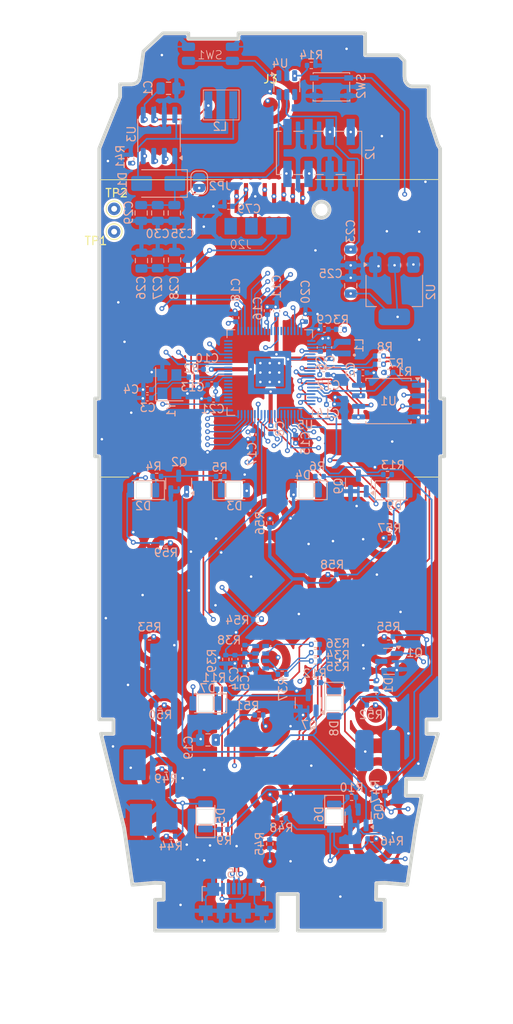
<source format=kicad_pcb>
(kicad_pcb (version 20240108) (generator "pcbnew") (generator_version "8.0")
  (layers (0 "F.Cu" signal) (1 "In1.Cu" signal) (2 "In2.Cu" signal) (31 "B.Cu" signal) (34 "B.Paste" user) (35 "F.Paste" user) (36 "B.SilkS" user "B.Silkscreen") (37 "F.SilkS" user "F.Silkscreen") (38 "B.Mask" user) (39 "F.Mask" user) (44 "Edge.Cuts" user))
  (net 0 "")
  (net 1 "VBUS")
  (net 2 "/XIN")
  (net 3 "Net-(C4-Pad1)")
  (net 4 "+1V1")
  (net 5 "Net-(J1-Pin_7)")
  (net 6 "/VREG_AVDD")
  (net 7 "-BATT")
  (net 8 "+3V3")
  (net 9 "/USB_D+")
  (net 10 "/USB_D-")
  (net 11 "/SWCLK")
  (net 12 "/SWD")
  (net 14 "/XOUT")
  (net 15 "/QSPI_SS")
  (net 16 "Net-(U5-USB_DP)")
  (net 17 "Net-(U5-USB_DM)")
  (net 19 "Net-(D2-K)")
  (net 21 "/QSPI_SD1")
  (net 22 "/GPIO39")
  (net 23 "/GPIO7")
  (net 25 "Net-(U2-VI)")
  (net 26 "/GPIO0")
  (net 27 "/GPIO5")
  (net 28 "/GPIO14")
  (net 29 "/GPIO10")
  (net 30 "/QSPI_SCLK")
  (net 31 "/GPIO1")
  (net 32 "/GPIO19")
  (net 33 "/GPIO9")
  (net 34 "/GPIO4")
  (net 35 "/GPIO20")
  (net 36 "/GPIO18")
  (net 39 "/GPIO11")
  (net 40 "/VREG_LX")
  (net 41 "/GPIO33")
  (net 44 "/GPIO21")
  (net 45 "/GPIO8")
  (net 46 "/QSPI_SD2")
  (net 48 "/QSPI_SD3")
  (net 50 "/QSPI_SD0")
  (net 51 "/GPIO6")
  (net 52 "/GPIO38")
  (net 53 "/GPIO2")
  (net 54 "/GPIO37")
  (net 55 "/GPIO16")
  (net 56 "/GPIO17")
  (net 57 "/GPIO13")
  (net 59 "/GPIO36")
  (net 64 "/GPIO12")
  (net 66 "Net-(D1-A)")
  (net 68 "Net-(Y2-VBACKUP)")
  (net 69 "/SCL")
  (net 70 "/SDA")
  (net 71 "/~{INT}")
  (net 72 "Net-(Y2-SDA)")
  (net 73 "/EVI")
  (net 77 "Net-(R1-Pad2)")
  (net 78 "+BATT")
  (net 79 "+5V")
  (net 80 "Net-(U3-PROG)")
  (net 81 "Net-(U3-CHRG)")
  (net 82 "Net-(U3-STDBY)")
  (net 83 "Net-(D12-A)")
  (net 84 "Net-(D3-K)")
  (net 85 "Net-(D4-K)")
  (net 86 "Net-(D5-K)")
  (net 87 "Net-(D6-K)")
  (net 88 "Net-(D7-K)")
  (net 89 "Net-(D8-K)")
  (net 90 "Net-(D9-K)")
  (net 91 "/GPIO34")
  (net 92 "Net-(Q2-C)")
  (net 93 "/GPIO15")
  (net 94 "Net-(Q5-C)")
  (net 95 "Net-(Q7-C)")
  (net 96 "Net-(Q9-C)")
  (net 98 "Net-(U4-IN)")
  (net 100 "/CLEAR")
  (footprint "Jumper:ButtonPads" (layer "F.Cu") (at 56.77 84.775)
    (property "Reference" "KPUP1" (hide yes))
    (property "Value" "Jumper_2_Open")
  )
  (footprint "Jumper:ButtonPads" (layer "F.Cu") (at 50 90)
    (property "Reference" "KPDOWN1" (hide yes))
    (property "Value" "Jumper_2_Open")
  )
  (footprint "Jumper:ButtonPads" (layer "F.Cu") (at 30.02 113.427384)
    (property "Reference" "KP7" (hide yes))
    (property "Value" "Jumper_2_Open" (hide yes))
  )
  (footprint "Jumper:ButtonPads" (layer "F.Cu") (at 43.02 115.475)
    (property "Reference" "KP8" (hide yes))
    (property "Value" "Jumper_2_Open")
  )
  (footprint "Jumper:ButtonPads" (layer "F.Cu") (at 31.05 86.2)
    (property "Reference" "KPC1" (hide yes))
    (property "Value" "C")
  )
  (footprint "Jumper:ButtonPads" (layer "F.Cu") (at 30.52 121.475)
    (property "Reference" "KP*1" (hide yes))
    (property "Value" "Jumper_2_Open")
  )
  (footprint "Jumper:ButtonPads" (layer "F.Cu") (at 43.02 82.25)
    (property "Reference" "KPSELECT1" (hide yes))
    (property "Value" "Jumper_2_Open")
  )
  (footprint "Jumper:ButtonPads" (layer "F.Cu") (at 56.77 97.475)
    (property "Reference" "KP3" (hide yes))
    (property "Value" "3")
  )
  (footprint "Jumper:ButtonPads" (layer "F.Cu") (at 43.02 107.225)
    (property "Reference" "KP5" (hide yes))
    (property "Value" "Jumper_2_Open" (hide yes))
  )
  (footprint "Connector_PinHeader_1.00mm:PinHeader_1x02_P1.00mm_Vertical_SMD_Pin1Left" (layer "F.Cu") (at 42.588477 28)
    (property "Reference" "J3")
    (property "Value" "Conn_01x02_Pin" (hide yes))
  )
  (footprint "Connector:screen" (layer "F.Cu") (at 42.705 45.7)
    (property "Reference" "J1" (hide yes))
    (property "Value" "Conn_01x07" (hide yes))
  )
  (footprint "Jumper:ButtonPads" (layer "F.Cu") (at 43.02 99.225)
    (property "Reference" "KP2" (hide yes))
    (property "Value" "Jumper_2_Open")
  )
  (footprint "TestPoint:TestPoint_THTPad_D1.5mm_Drill0.7mm" (layer "F.Cu") (at 23.75 43.25)
    (property "Reference" "TP1")
    (property "Value" "TestPoint")
  )
  (footprint "Jumper:ButtonPads" (layer "F.Cu") (at 55.77 105.725)
    (property "Reference" "KP6" (hide yes))
    (property "Value" "Jumper_2_Open" (hide yes))
  )
  (footprint "Jumper:ButtonPads" (layer "F.Cu") (at 56.02 113.475)
    (property "Reference" "KP9" (hide yes))
    (property "Value" "Jumper_2_Open")
  )
  (footprint "Jumper:ButtonPads" (layer "F.Cu") (at 29.02 97.475)
    (property "Reference" "KP1" (hide yes))
    (property "Value" "Jumper_2_Open")
  )
  (footprint "Jumper:ButtonPads" (layer "F.Cu") (at 43.02 123.475)
    (property "Reference" "KP0" (hide yes))
    (property "Value" "Jumper_2_Open" (hide yes))
  )
  (footprint "Jumper:ButtonPads" (layer "F.Cu") (at 30.27 105.725)
    (property "Reference" "KP4" (hide yes))
    (property "Value" "Jumper_2_Open")
  )
  (footprint "Jumper:ButtonPads" (layer "F.Cu") (at 55.52 121.475)
    (property "Reference" "KP#1" (hide yes))
    (property "Value" "Jumper_2_Open" (hide yes))
  )
  (footprint "TestPoint:TestPoint_THTPad_D1.5mm_Drill0.7mm" (layer "F.Cu") (at 23.75 40.5)
    (property "Reference" "TP2")
    (property "Value" "TestPoint")
  )
  (footprint "Package_SO:SOIC-8_5.23x5.23mm_P1.27mm" (layer "B.Cu") (at 56.8 63.63 180)
    (property "Reference" "U1")
    (property "Value" "W25Q128JVS")
  )
  (footprint "Package_TO_SOT_SMD:SOT-23" (layer "B.Cu") (at 31.525 73.5625 90)
    (property "Reference" "Q2")
    (property "Value" "BC847")
  )
  (footprint "Package_TO_SOT_SMD:SOT-23" (layer "B.Cu") (at 47.125 99.9375 90)
    (property "Reference" "Q7")
    (property "Value" "BC847")
  )
  (footprint "Capacitor_SMD:C_0805_2012Metric" (layer "B.Cu") (at 27.04 46.73 90)
    (property "Reference" "C26")
    (property "Value" "100nF")
  )
  (footprint "Resistor_SMD:R_0402_1005Metric" (layer "B.Cu") (at 47.5 23.25)
    (property "Reference" "R14")
    (property "Value" "3k")
  )
  (footprint "Resistor_SMD:R_0402_1005Metric" (layer "B.Cu") (at 30.59 116)
    (property "Reference" "R44")
    (property "Value" "3k")
  )
  (footprint "Resistor_SMD:R_0402_1005Metric" (layer "B.Cu") (at 47.99 94.9 180)
    (property "Reference" "R35")
    (property "Value" "10k")
  )
  (footprint "LED_SMD:LED_REVERSE" (layer "B.Cu") (at 27.525 74.35 180)
    (property "Reference" "D2")
    (property "Value" "LED")
  )
  (footprint "Resistor_SMD:R_0402_1005Metric" (layer "B.Cu") (at 41.01 89.9 180)
    (property "Reference" "R54")
    (property "Value" "3k")
  )
  (footprint "Capacitor_SMD:C_0402_1005Metric" (layer "B.Cu") (at 48.99 60.46)
    (property "Reference" "C12")
    (property "Value" "100n")
  )
  (footprint "Resistor_SMD:R_0402_1005Metric" (layer "B.Cu") (at 54.69 100.2)
    (property "Reference" "R52")
    (property "Value" "3k")
  )
  (footprint "Package_TO_SOT_SMD:SOT-23" (layer "B.Cu") (at 53.15 113.7125 90)
    (property "Reference" "Q5")
    (property "Value" "BC847")
  )
  (footprint "Resistor_SMD:R_0402_1005Metric" (layer "B.Cu") (at 42.5 116.91 90)
    (property "Reference" "R45")
    (property "Value" "3k")
  )
  (footprint "Capacitor_SMD:C_0805_2012Metric" (layer "B.Cu") (at 29 46.7 90)
    (property "Reference" "C27")
    (property "Value" "22uF")
  )
  (footprint "Resistor_SMD:R_0402_1005Metric" (layer "B.Cu") (at 50.01 84.5 180)
    (property "Reference" "R58")
    (property "Value" "3k")
  )
  (footprint "Capacitor_SMD:C_0805_2012Metric" (layer "B.Cu") (at 29 41 90)
    (property "Reference" "C30")
    (property "Value" "22uF")
  )
  (footprint "Capacitor_SMD:C_0402_1005Metric" (layer "B.Cu") (at 38.4 53.6 90)
    (property "Reference" "C18")
    (property "Value" "100n")
  )
  (footprint "Package_TO_SOT_SMD:SOT-23" (layer "B.Cu") (at 56.8625 94.95 180)
    (property "Reference" "Q1")
    (property "Value" "BC847")
  )
  (footprint "Capacitor_SMD:C_0402_1005Metric" (layer "B.Cu") (at 43.325 52.77 90)
    (property "Reference" "C11")
    (property "Value" "100n")
  )
  (footprint "Package_TO_SOT_SMD:SOT-23-6" (layer "B.Cu") (at 44.55 25.6125 -90)
    (property "Reference" "U4")
    (property "Value" "MAX16054")
  )
  (footprint "Resistor_SMD:R_0402_1005Metric" (layer "B.Cu") (at 55.69 59.2 180)
    (property "Reference" "R7")
    (property "Value" "27")
  )
  (footprint "Resistor_SMD:R_0402_1005Metric" (layer "B.Cu") (at 41.2 101.4)
    (property "Reference" "R51")
    (property "Value" "3k")
  )
  (footprint "Resistor_SMD:R_0402_1005Metric" (layer "B.Cu") (at 52.36 111.3 180)
    (property "Reference" "R10")
    (property "Value" "220")
  )
  (footprint "Capacitor_SMD:C_0402_1005Metric" (layer "B.Cu") (at 42.2 52.755 90)
    (property "Reference" "C16")
    (property "Value" "100n")
  )
  (footprint "Audio_Module:buzzer" (layer "B.Cu") (at 26.678713 118.3 180)
    (property "Reference" "LS2" (hide yes))
    (property "Value" "Buzzer")
  )
  (footprint "Resistor_SMD:R_0402_1005Metric" (layer "B.Cu") (at 36.89 115.175 180)
    (property "Reference" "R9")
    (property "Value" "220")
  )
  (footprint "Resistor_SMD:R_0402_1005Metric" (layer "B.Cu") (at 54.79 116.3 180)
    (property "Reference" "R46")
    (property "Value" "3k")
  )
  (footprint "Button_Switch_SMD:SW_SPST_PTS810" (layer "B.Cu") (at 49.925 25.825)
    (property "Reference" "SW2")
    (property "Value" "SW_Push")
  )
  (footprint "Capacitor_SMD:C_0402_1005Metric" (layer "B.Cu") (at 37.52 40.2)
    (property "Reference" "C79")
    (property "Value" "100nF")
  )
  (footprint "Connector_USB:USB_Micro-B_Molex_47346-0001" (layer "B.Cu") (at 38.1625 123.75 180)
    (property "Reference" "J5")
    (property "Value" "USB_B_Micro")
  )
  (footprint "Capacitor_SMD:C_0402_1005Metric" (layer "B.Cu") (at 39.5 95.5 -90)
    (property "Reference" "C5")
    (property "Value" "100n")
  )
  (footprint "RP2350_80QFN_minimal:RP2350-QFN-80-1EP_10x10_P0.4mm_EP3.4x3.4mm_ThermalVias" (layer "B.Cu") (at 42.4965 60.2 90)
    (property "Reference" "U5")
    (property "Value" "RP2350_80QFN")
  )
  (footprint "LED_SMD:LED_REVERSE" (layer "B.Cu") (at 37.9 74.35)
    (property "Reference" "D3")
    (property "Value" "LED")
  )
  (footprint "Resistor_SMD:R_0402_1005Metric" (layer "B.Cu") (at 29.31 100.2)
    (property "Reference" "R50")
    (property "Value" "3k")
  )
  (footprint "CoreElectronics_Components:MicroCrystal_RV3028C7" (layer "B.Cu") (at 41.4 94.45 -90)
    (property "Reference" "Y2" (hide yes))
    (property "Value" "RV-3028-C7_32.768kHz_1ppm_TA_QC" (hide yes))
  )
  (footprint "Resistor_SMD:R_0402_1005Metric" (layer "B.Cu") (at 47.99 93.9 180)
    (property "Reference" "R34")
    (property "Value" "10k")
  )
  (footprint "LED_SMD:LED_REVERSE" (layer "B.Cu") (at 47.125 74.35 180)
    (property "Reference" "D4")
    (property "Value" "LED")
  )
  (footprint "Battery:battery" (layer "B.Cu") (at 39.038102 45.1 180)
    (property "Reference" "J20")
    (property "Value" "Conn_01x04_Pin")
  )
  (footprint "Resistor_SMD:R_0402_1005Metric" (layer "B.Cu") (at 28.01 92 180)
    (property "Reference" "R53")
    (property "Value" "3k")
  )
  (footprint "Resistor_SMD:R_0402_1005Metric" (layer "B.Cu") (at 43.99 96.5)
    (property "Reference" "R37")
    (property "Value" "120R")
  )
  (footprint "Package_TO_SOT_SMD:SOT-23" (layer "B.Cu") (at 53.175 73.5375 90)
    (property "Reference" "Q9")
    (property "Value" "BC847")
  )
  (footprint "Capacitor_SMD:C_0402_1005Metric" (layer "B.Cu") (at 49.805 64.025)
    (property "Reference" "C14")
    (property "Value" "100n")
  )
  (footprint "Capacitor_SMD:C_0402_1005Metric" (layer "B.Cu") (at 49.08 55 180)
    (property "Reference" "C9")
    (property "Value" "4.7u")
  )
  (footprint "Resistor_SMD:R_0402_1005Metric" (layer "B.Cu") (at 28.885 72.7 180)
    (property "Reference" "R4")
    (property "Value" "220")
  )
  (footprint "Capacitor_SMD:C_0402_1005Metric" (layer "B.Cu") (at 53.72 60.225)
    (property "Reference" "C2")
    (property "Value" "100n")
  )
  (footprint "Package_TO_SOT_SMD:SOT-223-3_TabPin2" (layer "B.Cu") (at 57.5 50.35 -90)
    (property "Reference" "U2")
    (property "Value" "NCP1117-3.3_SOT223")
  )
  (footprint "LED_SMD:LED_REVERSE" (layer "B.Cu") (at 35.025 100 180)
    (property "Reference" "D7")
    (property "Value" "LED")
  )
  (footprint "Resistor_SMD:R_0402_1005Metric" (layer "B.Cu") (at 37.2 94.71 -90)
    (property "Reference" "R39")
    (property "Value" "100k")
  )
  (footprint "Resistor_SMD:R_0402_1005Metric" (layer "B.Cu") (at 56.375 110.59 -90)
    (property "Reference" "R47")
    (property "Value" "3k")
  )
  (footprint "Capacitor_SMD:C_0402_1005Metric" (layer "B.Cu") (at 48.58 57.18 90)
    (property "Reference" "C6")
    (property "Value" "4.7u")
  )
  (footprint "Resistor_SMD:R_0402_1005Metric" (layer "B.Cu") (at 42.5 78.31 -90)
    (property "Reference" "R56")
    (property "Value" "3k")
  )
  (footprint "Capacitor_SMD:C_0805_2012Metric" (layer "B.Cu") (at 31 41 90)
    (property "Reference" "C35")
    (property "Value" "22uF")
  )
  (footprint "Capacitor_SMD:C_0402_1005Metric" (layer "B.Cu") (at 35.72 63.4 180)
    (property "Reference" "C21")
    (property "Value" "100n")
  )
  (footprint "Diode_SMD:D_SMA" (layer "B.Cu") (at 29.06 37.45 180)
    (property "Reference" "D12")
    (property "Value" "SS34")
  )
  (footprint "Capacitor_SMD:C_0402_1005Metric" (layer "B.Cu") (at 40.475 67.67 -90)
    (property "Reference" "C17")
    (property "Value" "100n")
  )
  (footprint "Connector_PinHeader_2.54mm:PinHeader_2x04_P2.54mm_Vertical_SMD" (layer "B.Cu") (at 48.44 33.775 90)
    (property "Reference" "J2")
    (property "Value" "Conn_02x04_Counter_Clockwise")
  )
  (footprint "Resistor_SMD:R_0402_1005Metric" (layer "B.Cu") (at 39.5 93.5 90)
    (property "Reference" "R38")
    (property "Value" "10k")
  )
  (footprint "Capacitor_SMD:C_0402_1005Metric" (layer "B.Cu") (at 27.75 62.25 180)
    (property "Reference" "C4")
    (property "Value" "15p")
  )
  (footprint "Capacitor_SMD:C_0402_1005Metric" (layer "B.Cu") (at 38.3 94.68 -90)
    (property "Reference" "C24")
    (property "Value" "100n")
  )
  (footprint "Capacitor_SMD:C_0402_1005Metric" (layer "B.Cu") (at 27.75 63.25 180)
    (property "Reference" "C3")
    (property "Value" "15p")
  )
  (footprint "Resistor_SMD:R_0402_1005Metric" (layer "B.Cu") (at 33.25 60.75 180)
    (property "Reference" "R2")
    (property "Value" "1k")
  )
  (footprint "RP2350_80QFN_minimal:L_pol_2016" (layer "B.Cu") (at 51.39179 57.2 90)
    (property "Reference" "L1")
    (property "Value" "3.3u")
  )
  (footprint "LED_SMD:LED_REVERSE" (layer "B.Cu") (at 57.5 74.375)
    (property "Reference" "D9")
    (property "Value" "LED")
  )
  (footprint "Capacitor_SMD:C_0402_1005Metric" (layer "B.Cu") (at 35.5 61.675 180)
    (property "Reference" "C13")
    (property "Value" "100n")
  )
  (footprint "Resistor_SMD:R_0402_1005Metric" (layer "B.Cu") (at 48.485 72.7 180)
    (property "Reference" "R6")
    (property "Value" "220")
  )
  (footprint "Capacitor_SMD:C_0805_2012Metric" (layer "B.Cu") (at 52.25 46.35 -90)
    (property "Reference" "C23")
    (property "Value" "10u")
  )
  (footprint "Capacitor_SMD:C_0402_1005Metric" (layer "B.Cu") (at 46.8 53.6 90)
    (property "Reference" "C20")
    (property "Value" "100n")
  )
  (footprint "LED_SMD:LED_REVERSE" (layer "B.Cu") (at 34.75 113.875 90)
    (property "Reference" "D5")
    (property "Value" "LED")
  )
  (footprint "Capacitor_SMD:C_0805_2012Metric" (layer "B.Cu") (at 52.25 49.75 90)
    (property "Reference" "C25")
    (property "Value" "10u")
  )
  (footprint "Capacitor_SMD:C_0805_2012Metric" (layer "B.Cu") (at 27 41 90)
    (property "Reference" "C29")
    (property "Value" "100nF")
  )
  (footprint "Capacitor_SMD:C_0402_1005Metric" (layer "B.Cu") (at 49.59 57.18 90)
    (property "Reference" "C7")
    (property "Value" "4.7u")
  )
  (footprint "Capacitor_SMD:C_0805_2012Metric" (layer "B.Cu") (at 30.3 26)
    (property "Reference" "C1")
    (property "Value" "22uF")
  )
  (footprint "Resistor_SMD:R_0402_1005Metric" (layer "B.Cu") (at 56.91 80.1 180)
    (property "Reference" "R57")
    (property "Value" "3k")
  )
  (footprint "Resistor_SMD:R_0402_1005Metric" (layer "B.Cu") (at 56.81 92)
    (property "Reference" "R55")
    (property "Value" "3k")
  )
  (footprint "Resistor_SMD:R_0402_1005Metric" (layer "B.Cu") (at 36.535 72.7)
    (property "Reference" "R5")
    (property "Value" "220")
  )
  (footprint "Resistor_SMD:R_0402_1005Metric" (layer "B.Cu") (at 56.685 72.475)
    (property "Reference" "R13")
    (property "Value" "220")
  )
  (footprint "Resistor_SMD:R_0402_1005Metric" (layer "B.Cu") (at 55.69 58.2 180)
    (property "Reference" "R8")
    (property "Value" "27")
  )
  (footprint "Resistor_SMD:R_0402_1005Metric" (layer "B.Cu") (at 25.75 34.5 -90)
    (property "Reference" "R41")
    (property "Value" "1K")
  )
  (footprint "Resistor_SMD:R_0402_1005Metric" (layer "B.Cu") (at 36.665 98.3 180)
    (property "Reference" "R11")
    (property "Value" "220")
  )
  (footprint "Capacitor_SMD:C_0402_1005Metric" (layer "B.Cu") (at 35 59.8 180)
    (property "Reference" "C10")
    (property "Value" "4.7u")
  )
  (footprint "LED_SMD:LED_REVERSE" (layer "B.Cu") (at 50.25 113.35 -90)
    (property "Reference" "D6")
    (property "Value" "LED")
  )
  (footprint "Resistor_SMD:R_0402_1005Metric" (layer "B.Cu") (at 29.99 80.7)
    (property "Reference" "R59")
    (property "Value" "3k")
  )
  (footprint "Resistor_SMD:R_0402_1005Metric" (layer "B.Cu") (at 51 55 180)
    (property "Reference" "R3")
    (property "Value" "33")
  )
  (footprint "Capacitor_SMD:C_0805_2012Metric" (layer "B.Cu") (at 31.03 46.65 90)
    (property "Reference" "C28")
    (property "Value" "22uF")
  )
  (footprint "Resistor_SMD:R_0402_1005Metric" (layer "B.Cu") (at 48.125 97.5)
    (property "Reference" "R12")
    (property "Value" "220")
  )
  (footprint "Motors:vibrator" (layer "B.Cu") (at 55.5 111.3 180)
    (property "Reference" "M1" (hide yes))
    (property "Value" "Vibration")
  )
  (footprint "Jumper:SolderJumper-2_P1.3mm_Open_RoundedPad1.0x1.5mm" (layer "B.Cu") (at 34 37.35 90)
    (property "Reference" "JP2")
    (property "Value" "Jumper_2_Open")
  )
  (footprint "LED_SMD:LED_REVERSE" (layer "B.Cu") (at 50.25 99.75 -90)
    (property "Reference" "D8")
    (property "Value" "LED")
  )
  (footprint "Resistor_SMD:R_0402_1005Metric" (layer "B.Cu") (at 56.83 60.18 180)
    (property "Reference" "R1")
    (property "Value" "10k")
  )
  (footprint "Capacitor_SMD:C_0805_2012Metric" (layer "B.Cu") (at 35.05 104.4 180)
    (property "Reference" "C19")
    (property "Value" "10u")
  )
  (footprint "Capacitor_SMD:C_0402_1005Metric" (layer "B.Cu") (at 45.62 68.21 -90)
    (property "Reference" "C15")
    (property "Value" "100n")
  )
  (footprint "Diode_SMD:D_0402_1005Metric" (layer "B.Cu") (at 55.3 97.785 90)
    (property "Reference" "D1")
    (property "Value" "D")
  )
  (footprint "Resistor_SMD:R_0402_1005Metric" (layer "B.Cu") (at 30 107.9)
    (property "Reference" "R49")
    (property "Value" "3k")
  )
  (footprint "Inductor_SMD:L_Neosid_MicroCoil_Ms36-L" (layer "B.Cu") (at 36.5 27.5 180)
    (property "Reference" "L2")
    (property "Value" "4.7uH")
  )
  (footprint "Resistor_SMD:R_0402_1005Metric" (layer "B.Cu") (at 43.9 113.8)
    (property "Reference" "R48")
    (property "Value" "3k")
  )
  (footprint "Button_Switch_SMD:power switch" (layer "B.Cu") (at 35.4 27.6 180)
    (property "Reference" "SW1")
    (property "Value" "SW_Push")
  )
  (footprint "Package_SO:SOIC-8_3.9x4.9mm_P1.27mm" (layer "B.Cu") (at 29.155 31.675 90)
    (property "Reference" "U3")
    (property "Value" "TP5400")
  )
  (footprint "Resistor_SMD:R_0402_1005Metric" (layer "B.Cu") (at 48 92.9 180)
    (property "Reference" "R36")
    (property "Value" "10k")
  )
  (footprint "Crystal:Crystal_SMD_3225-4Pin_3.2x2.5mm" (layer "B.Cu") (at 30.4 61.6 90)
    (property "Reference" "Y1")
    (property "Value" "ABM8-272-T3")
  )
  (footprint "Capacitor_SMD:C_0402_1005Metric" (layer "B.Cu") (at 42.625 67.08 -90)
    (property "Reference" "C8")
    (property "Value" "100n")
  )
  (gr_line (start 62.825 72.775) (end 59.9 72.775) (stroke (width 0.1)) (layer "F.SilkS"))
  (gr_line (start 22.175 72.775) (end 25.5 72.775) (stroke (width 0.1)) (layer "F.SilkS"))
  (gr_line (start 62.775 36.975) (end 48 36.975) (stroke (width 0.1)) (layer "F.SilkS"))
  (gr_line (start 22.15 37) (end 37 37) (stroke (width 0.1)) (layer "F.SilkS"))
  (gr_rect (start 33.8 112.75) (end 35.7 114.45) (stroke (width 0.05)) (fill none) (layer "Edge.Cuts"))
  (gr_rect (start 33.9 99.05) (end 35.6 100.95) (stroke (width 0.05)) (fill none) (layer "Edge.Cuts"))
  (gr_rect (start 46.015 73.4) (end 47.715 75.3) (stroke (width 0.05)) (fill none) (layer "Edge.Cuts"))
  (gr_rect (start 49.3 99.15) (end 51.2 100.85) (stroke (width 0.05)) (fill none) (layer "Edge.Cuts"))
  (gr_rect (start 49.3 112.775) (end 51.2 114.475) (stroke (width 0.05)) (fill none) (layer "Edge.Cuts"))
  (gr_poly (pts (xy 54 22) (xy 55.9 22) (xy 58.0436 22) (xy 58.743594 22.7) (xy 58.743564 24.550764) (xy 58.8 25.050764) (xy 58.9 25.250764) (xy 59.05 25.450764) (xy 59.2 25.600764) (xy 59.4 25.700764) (xy 59.6 25.750764) (xy 59.75 25.750764) (xy 59.95 25.750076) (xy 61.663401 25.750764) (xy 61.663401 29.422756) (xy 62.773526 32.816461) (xy 63.036104 33.238764) (xy 63.036104 63.3) (xy 63.536104 63.3) (xy 63.536104 70.3) (xy 63.036104 70.3) (xy 63.036104 101.95) (xy 61.4 101.95) (xy 61.4 103.65) (xy 62.778579 103.65858) (xy 61.236332 108.795765) (xy 61.1 109.095765) (xy 58.941041 109.095765) (xy 58.9 111.1) (xy 60.8172 111.102832) (xy 60.686364 111.897377) (xy 60.092057 114.987095) (xy 59.079399 121.846959) (xy 56.359467 121.611) (xy 55.35 121.65) (xy 55.315781 123.598519) (xy 56.359467 123.611) (xy 56.359467 127.36153) (xy 45.859 127.36153) (xy 45.859 122.961) (xy 43.459 122.961) (xy 43.459 127.36153) (xy 28.659352 127.36153) (xy 28.659352 123.611) (xy 29.702428 123.598519) (xy 29.7 121.65) (xy 28.659352 121.611) (xy 25.938684 121.851668) (xy 24.926762 114.987095) (xy 22.143849 103.639247) (xy 23.65 103.65) (xy 23.65 101.95) (xy 21.938102 101.95) (xy 21.938102 70.3) (xy 21.438102 70.3) (xy 21.438102 63.3) (xy 21.938102 63.3) (xy 21.938102 33.238853) (xy 24.446323 27.029904) (xy 24.446323 25.500764) (xy 25.85 25.500764) (xy 26.15 25.45) (xy 26.5 25.3) (xy 26.7 25.05) (xy 26.8 24.8) (xy 26.87 24.4) (xy 27.270101 21.55) (xy 29.620101 19.361414) (xy 32.71 19.361414) (xy 32.71 20.011414) (xy 38.71 20.011414) (xy 38.71 19.361414) (xy 54 19.361414)) (stroke (width 0.399999)) (fill none) (layer "Edge.Cuts"))
  (gr_rect (start 26.4 73.4) (end 28.1 75.3) (stroke (width 0.05)) (fill none) (layer "Edge.Cuts"))
  (gr_rect (start 37.31 73.4) (end 39.01 75.3) (stroke (width 0.05)) (fill none) (layer "Edge.Cuts"))
  (gr_rect (start 56.925 73.4) (end 58.625 75.3) (stroke (width 0.05)) (fill none) (layer "Edge.Cuts"))
  (gr_poly (pts (xy 48.676116 39.654776) (xy 48.629322 39.65825) (xy 48.582927 39.664007) (xy 48.537006 39.672013) (xy 48.491639 39.682237) (xy 48.446902 39.694645) (xy 48.402875 39.709207) (xy 48.359634 39.725889) (xy 48.317259 39.744659) (xy 48.275826 39.765485) (xy 48.235413 39.788336) (xy 48.196099 39.813177) (xy 48.157961 39.839978) (xy 48.121077 39.868707) (xy 48.085526 39.89933) (xy 48.051384 39.931815) (xy 48.018894 39.965952) (xy 47.988266 40.001498) (xy 47.959532 40.038377) (xy 47.932726 40.076509) (xy 47.907878 40.115817) (xy 47.885022 40.156222) (xy 47.86419 40.197646) (xy 47.845413 40.240011) (xy 47.828725 40.283239) (xy 47.814157 40.327252) (xy 47.801741 40.371971) (xy 47.791511 40.417318) (xy 47.783498 40.463216) (xy 47.777734 40.509586) (xy 47.774252 40.556349) (xy 47.773085 40.603429) (xy 47.774237 40.650558) (xy 47.777705 40.697368) (xy 47.783456 40.743781) (xy 47.791459 40.789718) (xy 47.801681 40.835102) (xy 47.814089 40.879855) (xy 47.828651 40.923898) (xy 47.845336 40.967155) (xy 47.86411 41.009546) (xy 47.884942 41.050994) (xy 47.9078 41.091421) (xy 47.93265 41.130749) (xy 47.959461 41.168899) (xy 47.9882 41.205795) (xy 48.018835 41.241358) (xy 48.051334 41.27551) (xy 48.085486 41.308009) (xy 48.121048 41.338644) (xy 48.157944 41.367383) (xy 48.196094 41.394193) (xy 48.235422 41.419043) (xy 48.275849 41.4419) (xy 48.317297 41.462732) (xy 48.359688 41.481507) (xy 48.402944 41.498191) (xy 48.446987 41.512754) (xy 48.49174 41.525162) (xy 48.537124 41.535383) (xy 48.583061 41.543386) (xy 48.629473 41.549137) (xy 48.676283 41.552605) (xy 48.723412 41.553758) (xy 48.770524 41.552581) (xy 48.817316 41.54909) (xy 48.86371 41.543318) (xy 48.909628 41.535296) (xy 48.954992 41.525057) (xy 48.999724 41.512633) (xy 49.043746 41.498056) (xy 49.086981 41.481359) (xy 49.12935 41.462574) (xy 49.170776 41.441734) (xy 49.21118 41.418869) (xy 49.250486 41.394014) (xy 49.288614 41.3672) (xy 49.325488 41.338459) (xy 49.361029 41.307824) (xy 49.395159 41.275327) (xy 49.427637 41.241179) (xy 49.458253 41.205621) (xy 49.486974 41.168732) (xy 49.513767 41.130589) (xy 49.538601 41.09127) (xy 49.561444 41.050854) (xy 49.582262 41.009417) (xy 49.601024 40.967037) (xy 49.617697 40.923794) (xy 49.63225 40.879764) (xy 49.64465 40.835025) (xy 49.654865 40.789656) (xy 49.662862 40.743733) (xy 49.66861 40.697336) (xy 49.672076 40.650542) (xy 49.673227 40.603429) (xy 49.671982 40.554556) (xy 49.668306 40.506324) (xy 49.662259 40.458794) (xy 49.653899 40.412025) (xy 49.643288 40.366076) (xy 49.630484 40.321008) (xy 49.615547 40.27688) (xy 49.598537 40.233751) (xy 49.579513 40.191682) (xy 49.558536 40.150731) (xy 49.535664 40.110959) (xy 49.510957 40.072425) (xy 49.484476 40.035189) (xy 49.456279 39.99931) (xy 49.426427 39.964849) (xy 49.394979 39.931864) (xy 49.361994 39.900415) (xy 49.327532 39.870563) (xy 49.291654 39.842366) (xy 49.254417 39.815885) (xy 49.215883 39.791178) (xy 49.176111 39.768307) (xy 49.135161 39.747329) (xy 49.093091 39.728306) (xy 49.049963 39.711295) (xy 49.005834 39.696359) (xy 48.960766 39.683555) (xy 48.914818 39.672943) (xy 48.868048 39.664584) (xy 48.820518 39.658536) (xy 48.772287 39.65486) (xy 48.723414 39.653615) (xy 48.723229 39.653615)) (stroke (width 0.399999)) (fill none) (layer "Edge.Cuts"))
  (segment (start 34.5 70.120244) (end 33.402352 69.022596) (width 0.2) (layer "F.Cu") (net 1))
  (segment (start 33.02 38.98) (end 34 38) (width 0.2) (layer "F.Cu") (net 1))
  (segment (start 33.402352 69.022596) (end 33.402352 60.422596) (width 0.2) (layer "F.Cu") (net 1))
  (segment (start 34.5 95.75) (end 34.5 70.120244) (width 0.2) (layer "F.Cu") (net 1))
  (segment (start 36.75 98) (end 34.5 95.75) (width 0.2) (layer "F.Cu") (net 1))
  (segment (start 36.75 123.519998) (end 36.75 98) (width 0.2) (layer "F.Cu") (net 1))
  (segment (start 33.402352 60.422596) (end 33.02 60.040244) (width 0.2) (layer "F.Cu") (net 1))
  (segment (start 33.02 60.040244) (end 33.02 38.98) (width 0.2) (layer "F.Cu") (net 1))
  (via (at 27.5 29.75) (size 0.6) (drill 0.3) (layers "F.Cu" "B.Cu") (net 1))
  (via (at 36.75 123.519998) (size 0.6) (drill 0.3) (layers "F.Cu" "B.Cu") (net 1))
  (via (at 34 38) (size 0.6) (drill 0.3) (layers "F.Cu" "B.Cu") (net 1))
  (segment (start 27.42 27.93) (end 27.42 29.2) (width 0.2) (layer "B.Cu") (net 1))
  (segment (start 39.057502 123.519998) (end 39.4625 123.115) (width 0.2) (layer "B.Cu") (net 1))
  (segment (start 39.4625 123.115) (end 39.4625 122.29) (width 0.2) (layer "B.Cu") (net 1))
  (segment (start 36.75 123.519998) (end 39.057502 123.519998) (width 0.2) (layer "B.Cu") (net 1))
  (segment (start 29.35 26) (end 27.42 27.93) (width 0.2) (layer "B.Cu") (net 1))
  (segment (start 36.31669 60.4) (end 35.63669 61.08) (width 0.15) (layer "B.Cu") (net 2))
  (segment (start 34.5 61.08) (end 34.125 61.455) (width 0.15) (layer "B.Cu") (net 2))
  (segment (start 35.63669 61.08) (end 34.5 61.08) (width 0.15) (layer "B.Cu") (net 2))
  (segment (start 28.78 62.7) (end 28.23 63.25) (width 0.15) (layer "B.Cu") (net 2))
  (segment (start 29.55 62.7) (end 28.78 62.7) (width 0.15) (layer "B.Cu") (net 2))
  (segment (start 34.125 61.455) (end 30.795 61.455) (width 0.15) (layer "B.Cu") (net 2))
  (segment (start 37.6 60.4) (end 36.31669 60.4) (width 0.15) (layer "B.Cu") (net 2))
  (segment (start 30.795 61.455) (end 29.55 62.7) (width 0.15) (layer "B.Cu") (net 2))
  (segment (start 28.98 61.5) (end 28.23 62.25) (width 0.15) (layer "B.Cu") (net 3))
  (segment (start 30.25 61.5) (end 31.25 60.5) (width 0.15) (layer "B.Cu") (net 3))
  (segment (start 32.74 60.75) (end 31.5 60.75) (width 0.15) (layer "B.Cu") (net 3))
  (segment (start 30.25 61.5) (end 28.98 61.5) (width 0.15) (layer "B.Cu") (net 3))
  (segment (start 49.321714 58.52147) (end 49.94147 58.52147) (width 0.5) (layer "F.Cu") (net 4))
  (segment (start 42.6 62.5) (end 42.6 66.55) (width 0.5) (layer "F.Cu") (net 4))
  (segment (start 44.7 58.6) (end 44.77853 58.52147) (width 0.5) (layer "F.Cu") (net 4))
  (segment (start 43.3 53.25) (end 43.325 53.225) (width 0.5) (layer "F.Cu") (net 4))
  (segment (start 40.2 59.8) (end 35.45 59.8) (width 0.5) (layer "F.Cu") (net 4))
  (segment (start 42.6 66.55) (end 42.625 66.575) (width 0.5) (layer "F.Cu") (net 4))
  (segment (start 49.94147 58.52147) (end 49.95 58.53) (width 0.5) (layer "F.Cu") (net 4))
  (segment (start 44.77853 58.52147) (end 49.321714 58.52147) (width 0.5) (layer "F.Cu") (net 4))
  (segment (start 43.3 58) (end 43.3 53.25) (width 0.5) (layer "F.Cu") (net 4))
  (via (at 42.625 66.575) (size 0.6) (drill 0.3) (layers "F.Cu" "B.Cu") (net 4))
  (via (at 43.325 53.225) (size 0.6) (drill 0.3) (layers "F.Cu" "B.Cu") (net 4))
  (via (at 49.95 58.53) (size 0.6) (drill 0.3) (layers "F.Cu" "B.Cu") (net 4))
  (via (at 35.45 59.8) (size 0.6) (drill 0.3) (layers "F.Cu" "B.Cu") (net 4))
  (via (at 44.7 58.6) (size 0.6) (drill 0.3) (layers "F.Cu" "B.Cu") (net 4))
  (via (at 43.3 58) (size 0.6) (drill 0.3) (layers "F.Cu" "B.Cu") (net 4))
  (via (at 42.6 62.5) (size 0.6) (drill 0.3) (layers "F.Cu" "B.Cu") (net 4))
  (via (at 49.321714 58.52147) (size 0.6) (drill 0.3) (layers "F.Cu" "B.Cu") (net 4))
  (via (at 40.2 59.8) (size 0.6) (drill 0.3) (layers "F.Cu" "B.Cu") (net 4))
  (segment (start 46.190244 58.6) (end 46.790244 58) (width 0.2) (layer "B.Cu") (net 4))
  (segment (start 43.325 53.875) (end 43.325 53.225) (width 0.15) (layer "B.Cu") (net 4))
  (segment (start 42.6965 54.5035) (end 43.325 53.875) (width 0.15) (layer "B.Cu") (net 4))
  (segment (start 42.6965 55.3035) (end 42.6965 54.5035) (width 0.15) (layer "B.Cu") (net 4))
  (segment (start 46.790244 58) (end 47.49975 58) (width 0.2) (layer "B.Cu") (net 4))
  (segment (start 44.7 58.6) (end 46.190244 58.6) (width 0.2) (layer "B.Cu") (net 4))
  (segment (start 35.68 59.6) (end 37.6 59.6) (width 0.15) (layer "B.Cu") (net 4))
  (segment (start 35.45 59.83) (end 35.68 59.6) (width 0.15) (layer "B.Cu") (net 4))
  (segment (start 42.6965 65.0965) (end 42.625 66.575) (width 0.15) (layer "B.Cu") (net 4))
  (via (at 39.63 38.2) (size 0.6) (drill 0.3) (layers "F.Cu" "B.Cu") (net 5))
  (segment (start 39.63 38.690244) (end 38.120244 40.2) (width 0.2) (layer "B.Cu") (net 5))
  (segment (start 39.63 38.2) (end 39.63 38.690244) (width 0.2) (layer "B.Cu") (net 5))
  (segment (start 50.49 55) (end 49.56 55) (width 0.15) (layer "B.Cu") (net 6))
  (segment (start 48.228 55.565) (end 48.995 55.565) (width 0.15) (layer "B.Cu") (net 6))
  (segment (start 48.995 55.565) (end 49.56 55) (width 0.15) (layer "B.Cu") (net 6))
  (segment (start 47.393 56.4) (end 48.228 55.565) (width 0.15) (layer "B.Cu") (net 6))
  (segment (start 40.76 43.34) (end 40.76 39.2) (width 0.4) (layer "F.Cu") (net 7))
  (segment (start 35.6 43.7) (end 34.55 42.65) (width 0.4) (layer "F.Cu") (net 7))
  (segment (start 40.4 43.7) (end 35.6 43.7) (width 0.4) (layer "F.Cu") (net 7))
  (segment (start 40.4 43.7) (end 40.76 43.34) (width 0.4) (layer "F.Cu") (net 7))
  (via (at 34.55 42.65) (size 0.6) (drill 0.3) (layers "F.Cu" "B.Cu") (net 7))
  (via (at 55.16 71.58) (size 0.6) (drill 0.3) (layers "F.Cu" "B.Cu") (net 7))
  (via (at 26.2 72.31) (size 0.6) (drill 0.3) (layers "F.Cu" "B.Cu") (net 7))
  (via (at 25.81 65.03) (size 0.6) (drill 0.3) (layers "F.Cu" "B.Cu") (net 7))
  (via (at 53.8 95.8) (size 0.6) (drill 0.3) (layers "F.Cu" "B.Cu") (net 7))
  (via (at 49.55 56.06) (size 0.6) (drill 0.3) (layers "F.Cu" "B.Cu") (net 7))
  (via (at 35 69.8) (size 0.6) (drill 0.3) (layers "F.Cu" "B.Cu") (net 7))
  (via (at 50.375 63.175) (size 0.6) (drill 0.3) (layers "F.Cu" "B.Cu") (net 7))
  (via (at 50.2 60.525) (size 0.6) (drill 0.3) (layers "F.Cu" "B.Cu") (net 7))
  (via (at 39.5 96) (size 0.6) (drill 0.3) (layers "F.Cu" "B.Cu") (net 7))
  (via (at 43.2 52.3) (size 0.6) (drill 0.3) (layers "F.Cu" "B.Cu") (net 7))
  (via (at 36.37 94.5) (size 0.6) (drill 0.3) (layers "F.Cu" "B.Cu") (net 7))
  (via (at 59.2 103.625) (size 0.6) (drill 0.3) (layers "F.Cu" "B.Cu") (net 7))
  (via (at 34.6 108) (size 0.6) (drill 0.3) (layers "F.Cu" "B.Cu") (net 7))
  (via (at 50.3 64) (size 0.6) (drill 0.3) (layers "F.Cu" "B.Cu") (net 7))
  (via (at 56 31.75) (size 0.6) (drill 0.3) (layers "F.Cu" "B.Cu") (net 7))
  (via (at 60.4 65.6) (size 0.6) (drill 0.3) (layers "F.Cu" "B.Cu") (net 7))
  (via (at 46 89.25) (size 0.6) (drill 0.3) (layers "F.Cu" "B.Cu") (net 7))
  (via (at 61.25 37.25) (size 0.6) (drill 0.3) (layers "F.Cu" "B.Cu") (net 7))
  (via (at 51.75 21.25) (size 0.6) (drill 0.3) (layers "F.Cu" "B.Cu") (net 7))
  (via (at 60.4 107.26) (size 0.6) (drill 0.3) (layers "F.Cu" "B.Cu") (net 7))
  (via (at 27.23 62.25) (size 0.6) (drill 0.3) (layers "F.Cu" "B.Cu") (net 7))
  (via (at 46.5 101.4) (size 0.6) (drill 0.3) (layers "F.Cu" "B.Cu") (net 7))
  (via (at 56.6 43.2) (size 0.6) (drill 0.3) (layers "F.Cu" "B.Cu") (net 7))
  (via (at 27.21 63.3) (size 0.6) (drill 0.3) (layers "F.Cu" "B.Cu") (net 7))
  (via (at 48 45.5) (size 0.6) (drill 0.3) (layers "F.Cu" "B.Cu") (net 7))
  (via (at 33.6 59.8) (size 0.6) (drill 0.3) (layers "F.Cu" "B.Cu") (net 7))
  (via (at 43.4 68.2) (size 0.6) (drill 0.3) (layers "F.Cu" "B.Cu") (net 7))
  (via (at 35.7 40.2) (size 0.6) (drill 0.3) (layers "F.Cu" "B.Cu") (net 7))
  (via (at 40.25 84.75) (size 0.6) (drill 0.3) (layers "F.Cu" "B.Cu") (net 7))
  (via (at 25 56.5) (size 0.6) (drill 0.3) (layers "F.Cu" "B.Cu") (net 7))
  (via (at 33.8 118.8) (size 0.6) (drill 0.3) (layers "F.Cu" "B.Cu") (net 7))
  (via (at 45.62 68.69) (size 0.6) (drill 0.3) (layers "F.Cu" "B.Cu") (net 7))
  (via (at 55.6 47.4) (size 0.6) (drill 0.3) (layers "F.Cu" "B.Cu") (net 7))
  (via (at 34.6 118.9) (size 0.6) (drill 0.3) (layers "F.Cu" "B.Cu") (net 7))
  (via (at 32.575 62.725) (size 0.6) (drill 0.3) (layers "F.Cu" "B.Cu") (net 7))
  (via (at 57.315 115.594) (size 0.6) (drill 0.3) (layers "F.Cu" "B.Cu") (net 7))
  (via (at 33.982352 62.01) (size 0.6) (drill 0.3) (layers "F.Cu" "B.Cu") (net 7))
  (via (at 42.5 26.361522) (size 0.6) (drill 0.3) (layers "F.Cu" "B.Cu") (net 7))
  (via (at 23.61 105.18) (size 0.6) (drill 0.3) (layers "F.Cu" "B.Cu") (net 7))
  (via (at 32.75 86.42) (size 0.6) (drill 0.3) (layers "F.Cu" "B.Cu") (net 7))
  (via (at 33 81.75) (size 0.6) (drill 0.3) (layers "F.Cu" "B.Cu") (net 7))
  (via (at 50.11 80.48) (size 0.6) (drill 0.3) (layers "F.Cu" "B.Cu") (net 7))
  (via (at 47.175 80.825) (size 0.6) (drill 0.3) (layers "F.Cu" "B.Cu") (net 7))
  (via (at 27.18 86.97) (size 0.6) (drill 0.3) (layers "F.Cu" "B.Cu") (net 7))
  (via (at 25.42 97.78) (size 0.6) (drill 0.3) (layers "F.Cu" "B.Cu") (net 7))
  (via (at 23 34.75) (size 0.6) (drill 0.3) (layers "F.Cu" "B.Cu") (net 7))
  (via (at 48.87 56.12) (size 0.6) (drill 0.3) (layers "F.Cu" "B.Cu") (net 7))
  (via (at 45 77.75) (size 0.6) (drill 0.3) (layers "F.Cu" "B.Cu") (net 7))
  (via (at 39.84 69.29) (size 0.6) (drill 0.3) (layers "F.Cu" "B.Cu") (net 7))
  (via (at 35.3 117.1) (size 0.6) (drill 0.3) (layers "F.Cu" "B.Cu") (net 7))
  (via (at 39.8715 68.21) (size 0.6) (drill 0.3) (layers "F.Cu" "B.Cu") (net 7))
  (via (at 51 123.25) (size 0.6) (drill 0.3) (layers "F.Cu" "B.Cu") (net 7))
  (via (at 31.75 124.25) (size 0.6) (drill 0.3) (layers "F.Cu" "B.Cu") (net 7))
  (via (at 52.96 76.26) (size 0.6) (drill 0.3) (layers "F.Cu" "B.Cu") (net 7))
  (via (at 42.2 52.3) (size 0.6) (drill 0.3) (layers "F.Cu" "B.Cu") (net 7))
  (via (at 34.275 63.325) (size 0.6) (drill 0.3) (layers "F.Cu" "B.Cu") (net 7))
  (via (at 26.055 79.408326) (size 0.6) (drill 0.3) (layers "F.Cu" "B.Cu") (net 7))
  (via (at 22.27 68.22) (size 0.6) (drill 0.3) (layers "F.Cu" "B.Cu") (net 7))
  (via (at 60.5 56.25) (size 0.6) (drill 0.3) (layers "F.Cu" "B.Cu") (net 7))
  (via (at 58.25 89) (size 0.6) (drill 0.3) (layers "F.Cu" "B.Cu") (net 7))
  (via (at 48.4 55) (size 0.6) (drill 0.3) (layers "F.Cu" "B.Cu") (net 7))
  (via (at 50.96 94.83) (size 0.6) (drill 0.3) (layers "F.Cu" "B.Cu") (net 7))
  (via (at 31.25 50.5) (size 0.6) (drill 0.3) (layers "F.Cu" "B.Cu") (net 7))
  (via (at 46.8 53.12) (size 0.6) (drill 0.3) (layers "F.Cu" "B.Cu") (net 7))
  (via (at 24.25 51.75) (size 0.6) (drill 0.3) (layers "F.Cu" "B.Cu") (net 7))
  (via (at 52.25 48.8) (size 0.6) (drill 0.3) (layers "F.Cu" "B.Cu") (net 7))
  (via (at 60.5 43.25) (size 0.6) (drill 0.3) (layers "F.Cu" "B.Cu") (net 7))
  (via (at 57.25 68.5) (size 0.6) (drill 0.3) (layers "F.Cu" "B.Cu") (net 7))
  (via (at 39.475 72.475) (size 0.6) (drill 0.3) (layers "F.Cu" "B.Cu") (net 7))
  (via (at 22.75 89.75) (size 0.6) (drill 0.3) (layers "F.Cu" "B.Cu") (net 7))
  (via (at 53.75 93) (size 0.6) (drill 0.3) (layers "F.Cu" "B.Cu") (net 7))
  (via (at 52.25 47.3) (size 0.6) (drill 0.3) (layers "F.Cu" "B.Cu") (net 7))
  (via (at 40.75 39) (size 0.6) (drill 0.3) (layers "F.Cu" "B.Cu") (net 7))
  (via (at 53.75 80.25) (size 0.6) (drill 0.3) (layers "F.Cu" "B.Cu") (net 7))
  (via (at 55.4 84.51) (size 0.6) (drill 0.3) (layers "F.Cu" "B.Cu") (net 7))
  (via (at 38.5 117.18) (size 0.6) (drill 0.3) (layers "F.Cu" "B.Cu") (net 7))
  (via (at 57.8 96) (size 0.6) (drill 0.3) (layers "F.Cu" "B.Cu") (net 7))
  (via (at 45 102.75) (size 0.6) (drill 0.3) (layers "F.Cu" "B.Cu") (net 7))
  (via (at 45 111) (size 0.6) (drill 0.3) (layers "F.Cu" "B.Cu") (net 7))
  (via (at 38.43 91.46) (size 0.6) (drill 0.3) (layers "F.Cu" "B.Cu") (net 7))
  (via (at 36.03 80.18) (size 0.6) (drill 0.3) (layers "F.Cu" "B.Cu") (net 7))
  (via (at 35 64.9) (size 0.6) (drill 0.3) (layers "F.Cu" "B.Cu") (net 7))
  (via (at 29.5 22) (size 0.6) (drill 0.3) (layers "F.Cu" "B.Cu") (net 7))
  (via (at 45 119) (size 0.6) (drill 0.3) (layers "F.Cu" "B.Cu") (net 7))
  (via (at 38.3 95.2) (size 0.6) (drill 0.3) (layers "F.Cu" "B.Cu") (net 7))
  (via (at 36.65 81.85) (size 0.6) (drill 0.3) (layers "F.Cu" "B.Cu") (net 7))
  (via (at 48.25 53.16) (size 0.6) (drill 0.3) (layers "F.Cu" "B.Cu") (net 7))
  (via (at 38.312865 52.77714) (size 0.6) (drill 0.3) (layers "F.Cu" "B.Cu") (net 7))
  (via (at 47.5 107.5) (size 0.6) (drill 0.3) (layers "F.Cu" "B.Cu") (net 7))
  (via (at 34.175 104.3) (size 0.6) (drill 0.3) (layers "F.Cu" "B.Cu") (net 7))
  (via (at 32 109) (size 0.6) (drill 0.3) (layers "F.Cu" "B.Cu") (net 7))
  (via (at 32.5 117) (size 0.6) (drill 0.3) (layers "F.Cu" "B.Cu") (net 7))
  (via (at 28.275 60.15) (size 0.6) (drill 0.3) (layers "F.Cu" "B.Cu") (net 7))
  (via (at 55.025 60.225) (size 0.6) (drill 0.3) (layers "F.Cu" "B.Cu") (net 7))
  (via (at 35.96 88.2) (size 0.6) (drill 0.3) (layers "F.Cu" "B.Cu") (net 7))
  (via (at 45.73 98.49) (size 0.6) (drill 0.3) (layers "F.Cu" "B.Cu") (net 7))
  (via (at 31 93) (size 0.6) (drill 0.3) (layers "F.Cu" "B.Cu") (net 7))
  (segment (start 45.475 102.275) (end 45 102.75) (width 0.2) (layer "B.Cu") (net 7))
  (segment (start 28.275 60.15) (end 29.2 60.15) (width 0.8) (layer "B.Cu") (net 7))
  (segment (start 44.55 24.150232) (end 43.399768 23) (width 0.2) (layer "B.Cu") (net 7))
  (segment (start 35.675 122.375) (end 36.7775 122.375) (width 0.2) (layer "B.Cu") (net 7))
  (segment (start 44.55 23.812501) (end 45.362501 23) (width 0.2) (layer "B.Cu") (net 7))
  (segment (start 39.3125 124.95) (end 41.5375 124.95) (width 0.2) (layer "B.Cu") (net 7))
  (segment (start 30.8 21) (end 30.7 21.1) (width 0.2) (layer "B.Cu") (net 7))
  (segment (start 59.125 103.55) (end 59.2 103.625) (width 0.2) (layer "B.Cu") (net 7))
  (segment (start 29.2 60.15) (end 29.55 60.5) (width 0.8) (layer "B.Cu") (net 7))
  (segment (start 53.800232 115.7) (end 57.209 115.7) (width 0.2) (layer "B.Cu") (net 7))
  (segment (start 45.275 82.725) (end 47.175 80.825) (width 0.4) (layer "B.Cu") (net 7))
  (segment (start 42.8 67.6) (end 43.4 68.2) (width 0.15) (layer "B.Cu") (net 7))
  (segment (start 34.7875 124.95) (end 34.7875 123.2625) (width 0.2) (layer "B.Cu") (net 7))
  (segment (start 34.5 41.4) (end 34.5 42.561898) (width 0.2) (layer "B.Cu") (net 7))
  (segment (start 50.2 60.525) (end 50.135 60.46) (width 0.15) (layer "B.Cu") (net 7))
  (segment (start 34.685 62.01) (end 35.02 61.675) (width 0.2) (layer "B.Cu") (net 7))
  (segment (start 39.3 21) (end 38 21) (width 0.2) (layer "B.Cu") (net 7))
  (segment (start 46.45 100.875) (end 45.725 100.15) (width 0.2) (layer "B.Cu") (net 7))
  (segment (start 45.325 100.15) (end 45.3 100.15) (width 0.2) (layer "B.Cu") (net 7))
  (segment (start 34.7875 124.95) (end 36.6125 124.95) (width 0.2) (layer "B.Cu") (net 7))
  (segment (start 36.6125 124.95) (end 39.3125 124.95) (width 0.2) (layer "B.Cu") (net 7))
  (segment (start 38.4 52.864275) (end 38.4 53.12) (width 0.4) (layer "B.Cu") (net 7))
  (segment (start 39.3 21) (end 39.7 20.6) (width 0.2) (layer "B.Cu") (net 7))
  (segment (start 40.65 124.0625) (end 41.5375 124.95) (width 0.2) (layer "B.Cu") (net 7))
  (segment (start 45.725 100.15) (end 45.325 100.15) (width 0.2) (layer "B.Cu") (net 7))
  (segment (start 57.209 115.7) (end 57.315 115.594) (width 0.2) (layer "B.Cu") (net 7))
  (segment (start 52.750232 114.65) (end 53.800232 115.7) (width 0.2) (layer "B.Cu") (net 7))
  (segment (start 39.84 69.29) (end 39.82 69.29) (width 0.2) (layer "B.Cu") (net 7))
  (segment (start 35.7 40.2) (end 34.5 41.4) (width 0.2) (layer "B.Cu") (net 7))
  (segment (start 48.25 53.16) (end 48.29 53.12) (width 0.2) (layer "B.Cu") (net 7))
  (segment (start 32.69825 21) (end 30.8 21) (width 0.2) (layer "B.Cu") (net 7))
  (segment (start 40.475 68.635) (end 39.84 69.27) (width 0.2) (layer "B.Cu") (net 7))
  (segment (start 31.25 62.7) (end 32.55 62.7) (width 0.8) (layer "B.Cu") (net 7))
  (segment (start 38.312865 52.77714) (end 38.4 52.864275) (width 0.4) (layer "B.Cu") (net 7))
  (segment (start 44.55 24.475) (end 44.55 23.812501) (width 0.2) (layer "B.Cu") (net 7))
  (segment (start 46.5 101.4) (end 45.975 101.4) (width 0.2) (layer "B.Cu") (net 7))
  (segment (start 39.82 69.29) (end 39.81 69.3) (width 0.2) (layer "B.Cu") (net 7))
  (segment (start 45.362501 23) (end 45.5 23) (width 0.2) (layer "B.Cu") (net 7))
  (segment (start 59.125 102.4) (end 59.125 103.55) (width 0.2) (layer "B.Cu") (net 7))
  (segment (start 50.135 60.46) (end 49.47 60.46) (width 0.15) (layer "B.Cu") (net 7))
  (segment (start 45.475 101.9) (end 45.475 102.275) (width 0.2) (layer "B.Cu") (net 7))
  (segment (start 44.55 24.475) (end 44.55 24.150232) (width 0.2) (layer "B.Cu") (net 7))
  (segment (start 33.982352 62.01) (end 34.685 62.01) (width 0.2) (layer "B.Cu") (net 7))
  (segment (start 54.2 60.225) (end 55.025 60.225) (width 0.2) (layer "B.Cu") (net 7))
  (segment (start 50.285 63.265) (end 50.375 63.175) (width 0.2) (layer "B.Cu") (net 7))
  (segment (start 36.65 81.85) (end 36.65 82.9) (width 0.4) (layer "B.Cu") (net 7))
  (segment (start 40.475 68.15) (end 40.475 68.635) (width 0.2) (layer "B.Cu") (net 7))
  (segment (start 45.975 101.4) (end 45.475 101.9) (width 0.2) (layer "B.Cu") (net 7))
  (segment (start 52.2 114.65) (end 52.750232 114.65) (width 0.2) (layer "B.Cu") (net 7))
  (segment (start 48.33 53.12) (end 48.35 53.14) (width 0.2) (layer "B.Cu") (net 7))
  (segment (start 39.5 96) (end 40.6 96) (width 0.15) (layer "B.Cu") (net 7))
  (segment (start 46.8 53.12) (end 48.21 53.12) (width 0.2) (layer "B.Cu") (net 7))
  (segment (start 48.21 53.12) (end 48.25 53.16) (width 0.2) (layer "B.Cu") (net 7))
  (segment (start 39.8865 68.225) (end 40.3765 68.225) (width 0.2) (layer "B.Cu") (net 7))
  (segment (start 39.84 69.27) (end 39.84 69.29) (width 0.2) (layer "B.Cu") (net 7))
  (segment (start 48.29 53.12) (end 48.33 53.12) (width 0.2) (layer "B.Cu") (net 7))
  (segment (start 34.7875 123.2625) (end 35.675 122.375) (width 0.2) (layer "B.Cu") (net 7))
  (segment (start 50.285 63.985) (end 50.285 63.265) (width 0.2) (layer "B.Cu") (net 7))
  (segment (start 40.65 122.375) (end 40.65 124.0625) (width 0.2) (layer "B.Cu") (net 7))
  (segment (start 40.6 96) (end 40.8 95.8) (width 0.15) (layer "B.Cu") (net 7))
  (segment (start 39.8715 68.21) (end 39.8865 68.225) (width 0.2) (layer "B.Cu") (net 7))
  (segment (start 43.399768 23) (end 43.25 23) (width 0.2) (layer "B.Cu") (net 7))
  (segment (start 45.3 100.15) (end 45.225 100.225) (width 0.2) (layer "B.Cu") (net 7))
  (segment (start 32.55 62.7) (end 32.575 62.725) (width 0.8) (layer "B.Cu") (net 7))
  (segment (start 34.275 63.325) (end 35.165 63.325) (width 0.2) (layer "B.Cu") (net 7))
  (segment (start 37.04 40.2) (end 35.7 40.2) (width 0.2) (layer "B.Cu") (net 7))
  (segment (start 33.6 59.8) (end 34.52 59.8) (width 0.15) (layer "B.Cu") (net 7))
  (via (at 36.75 86.05) (size 0.6) (drill 0.3) (layers "F.Cu" "B.Cu") (net 8))
  (via (at 48.52 60.45) (size 0.6) (drill 0.3) (layers "F.Cu" "B.Cu") (net 8))
  (via (at 36 104.4) (size 0.6) (drill 0.3) (layers "F.Cu" "B.Cu") (net 8))
  (via (at 46.37 57.6) (size 0.6) (drill 0.3) (layers "F.Cu" "B.Cu") (net 8))
  (via (at 59.15 112.7) (size 0.6) (drill 0.3) (layers "F.Cu" "B.Cu") (net 8))
  (via (at 46.125 97.35) (size 0.6) (drill 0.3) (layers "F.Cu" "B.Cu") (net 8))
  (via (at 52.375 60.2) (size 0.6) (drill 0.3) (layers "F.Cu" "B.Cu") (net 8))
  (via (at 32 112) (size 0.6) (drill 0.3) (layers "F.Cu" "B.Cu") (net 8))
  (via (at 46.425 54.025) (size 0.6) (drill 0.3) (layers "F.Cu" "B.Cu") (net 8))
  (via (at 57.53 47.29) (size 0.6) (drill 0.3) (layers "F.Cu" "B.Cu") (net 8))
  (via (at 27.525 72.85) (size 0.6) (drill 0.3) (layers "F.Cu" "B.Cu") (net 8))
  (via (at 39.871501 67.343388) (size 0.6) (drill 0.3) (layers "F.Cu" "B.Cu") (net 8))
  (via (at 46.5 39.2) (size 0.6) (drill 0.3) (layers "F.Cu" "B.Cu") (net 8))
  (via (at 37.5 54.275) (size 0.6) (drill 0.3) (layers "F.Cu" "B.Cu") (net 8))
  (via (at 49.33 64.06) (size 0.6) (drill 0.3) (layers "F.Cu" "B.Cu") (net 8))
  (via (at 45.45 67.175) (size 0.6) (drill 0.3) (layers "F.Cu" "B.Cu") (net 8))
  (via (at 45.365 74.9) (size 0.6) (drill 0.3) (layers "F.Cu" "B.Cu") (net 8))
  (via (at 52.25 50.7) (size 0.6) (drill 0.3) (layers "F.Cu" "B.Cu") (net 8))
  (via (at 57.9 53.5) (size 0.6) (drill 0.3) (layers "F.Cu" "B.Cu") (net 8))
  (via (at 51.5 55.1) (size 0.6) (drill 0.3) (layers "F.Cu" "B.Cu") (net 8))
  (via (at 49.775 118.925) (size 0.6) (drill 0.3) (layers "F.Cu" "B.Cu") (net 8))
  (via (at 42.125 54.15) (size 0.6) (drill 0.3) (layers "F.Cu" "B.Cu") (net 8))
  (via (at 33.25 98) (size 0.6) (drill 0.3) (layers "F.Cu" "B.Cu") (net 8))
  (via (at 61.405 92.35) (size 0.6) (drill 0.3) (layers "F.Cu" "B.Cu") (net 8))
  (via (at 58 76.25) (size 0.6) (drill 0.3) (layers "F.Cu" "B.Cu") (net 8))
  (via (at 39.725 74.425) (size 0.6) (drill 0.3) (layers "F.Cu" "B.Cu") (net 8))
  (via (at 26.055 80.6285) (size 0.6) (drill 0.3) (layers "F.Cu" "B.Cu") (net 8))
  (via (at 35.975 62.5) (size 0.6) (drill 0.3) (layers "F.Cu" "B.Cu") (net 8))
  (via (at 57.125 113.075) (size 0.6) (drill 0.3) (layers "F.Cu" "B.Cu") (net 8))
  (via (at 58.805 118.7) (size 0.6) (drill 0.3) (layers "F.Cu" "B.Cu") (net 8))
  (segment (start 42.2 54.075) (end 42.125 54.15) (width 0.2) (layer "B.Cu") (net 8))
  (segment (start 61.405 92.35) (end 60.855 91.8) (width 0.2) (layer "B.Cu") (net 8))
  (segment (start 45.225 85.025) (end 42.5 82.3) (width 0.4) (layer "B.Cu") (net 8))
  (segment (start 42.93 78.82) (end 45.365 76.385) (width 0.4) (layer "B.Cu") (net 8))
  (segment (start 48.51 94.965) (end 48.51 92.9) (width 0.15) (layer "B.Cu") (net 8))
  (segment (start 35.975 62.5) (end 35.975 63.175) (width 0.2) (layer "B.Cu") (net 8))
  (segment (start 45.8965 55.19675) (end 45.8965 54.5535) (width 0.2) (layer "B.Cu") (net 8))
  (segment (start 45.364999 67.431619) (end 45.364999 67.474999) (width 0.15) (layer "B.Cu") (net 8))
  (segment (start 50.52 84.58) (end 49.6 85.5) (width 0.2) (layer "B.Cu") (net 8))
  (segment (start 58 76.25) (end 58.169975 76.25) (width 0.2) (layer "B.Cu") (net 8))
  (segment (start 53.344975 99.364975) (end 54.18 100.2) (width 0.2) (layer "B.Cu") (net 8))
  (segment (start 52.375 60.2) (end 53.215 60.2) (width 0.15) (layer "B.Cu") (net 8))
  (segment (start 49.34 63.06) (end 49.34 64.05) (width 0.2) (layer "B.Cu") (net 8))
  (segment (start 40.6965 65.0965) (end 40.6965 66.15) (width 0.15) (layer "B.Cu") (net 8))
  (segment (start 56.375 112.325) (end 56.375 111.1) (width 0.2) (layer "B.Cu") (net 8))
  (segment (start 48.927354 63.06) (end 49.34 63.06) (width 0.2) (layer "B.Cu") (net 8))
  (segment (start 55.765 98.735) (end 55.3 98.27) (width 0.2) (layer "B.Cu") (net 8))
  (segment (start 44.719999 66.786619) (end 45.364999 67.431619) (width 0.15) (layer "B.Cu") (net 8))
  (segment (start 48.32 59.6) (end 48.52 59.8) (width 0.15) (layer "B.Cu") (net 8))
  (segment (start 45.225 85.025) (end 46.525 85.025) (width 0.4) (layer "B.Cu") (net 8))
  (segment (start 46.2965 55.19675) (end 46.2965 54.1535) (width 0.2) (layer "B.Cu") (net 8))
  (segment (start 54.28 116.82) (end 54.28 116.3) (width 0.2) (layer "B.Cu") (net 8))
  (segment (start 57.5 112.7) (end 59.15 112.7) (width 0.2) (layer "B.Cu") (net 8))
  (segment (start 53.02 84.5) (end 50.52 84.5) (width 0.2) (layer "B.Cu") (net 8))
  (segment (start 50.8 117.53) (end 53.57 117.53) (width 0.2) (layer "B.Cu") (net 8))
  (segment (start 35.975 63.175) (end 36.2 63.4) (width 0.2) (layer "B.Cu") (net 8))
  (segment (start 57.9 53.5) (end 57.53 47.29) (width 0.2) (layer "B.Cu") (net 8))
  (segment (start 28.8 105.98) (end 28.8 100.2) (width 0.2) (layer "B.Cu") (net 8))
  (segment (start 50.25 115.15) (end 49.775 115.625) (width 0.2) (layer "B.Cu") (net 8))
  (segment (start 53.24 60.225) (end 53.24 61.685) (width 0.5) (layer "B.Cu") (net 8))
  (segment (start 37.6 62.8) (end 36.8 62.8) (width 0.15) (layer "B.Cu") (net 8))
  (segment (start 26.455025 72.85) (end 25.725 73.580025) (width 0.2) (layer "B.Cu") (net 8))
  (segment (start 42.2965 54.3215) (end 42.2965 55.3035) (width 0.2) (layer "B.Cu") (net 8))
  (segment (start 46.425 54.025) (end 46.6 54.2) (width 0.2) (layer "B.Cu") (net 8))
  (segment (start 57.895 99.2) (end 61.605 95.49) (width 0.2) (layer "B.Cu") (net 8))
  (segment (start 40.8 94) (end 39.51 94) (width 0.2) (layer "B.Cu") (net 8))
  (segment (start 56.6 100.5) (end 56.6 105.8) (width 0.2) (layer "B.Cu") (net 8))
  (segment (start 36.28 61.37) (end 36.28 61.725) (width 0.15) (layer "B.Cu") (net 8))
  (segment (start 30.51 111.4475) (end 30.51 107.9) (width 0.2) (layer "B.Cu") (net 8))
  (segment (start 45.364999 67.474999) (end 45.56 67.67) (width 0.15) (layer "B.Cu") (net 8))
  (segment (start 32.075 112.075) (end 34.75 112.075) (width 0.2) (layer "B.Cu") (net 8))
  (segment (start 28.8 100.2) (end 28.8 99.8) (width 0.2) (layer "B.Cu") (net 8))
  (segment (start 61.405 92.35) (end 61.3 92.455) (width 0.2) (layer "B.Cu") (net 8))
  (segment (start 42.5 116.130001) (end 44.41 114.220001) (width 0.2) (layer "B.Cu") (net 8))
  (segment (start 53.344975 99.2) (end 50.994975 101.55) (width 0.2) (layer "B.Cu") (net 8))
  (segment (start 57.125 113.075) (end 57.5 112.7) (width 0.2) (layer "B.Cu") (net 8))
  (segment (start 44.41 113.8) (end 45.76 115.15) (width 0.2) (layer "B.Cu") (net 8))
  (segment (start 47.393 62.4) (end 48.267354 62.4) (width 0.2) (layer "B.Cu") (net 8))
  (segment (start 42.5 78.82) (end 42.93 78.82) (width 0.4) (layer "B.Cu") (net 8))
  (segment (start 38.4 54.08) (end 37.695 54.08) (width 0.15) (layer "B.Cu") (net 8))
  (segment (start 42.2 53.235) (end 42.2 54.075) (width 0.2) (layer "B.Cu") (net 8))
  (segment (start 32 112) (end 31.0625 112) (width 0.2) (layer "B.Cu") (net 8))
  (segment (start 46.125 97.35) (end 48.51 94.965) (width 0.15) (layer "B.Cu") (net 8))
  (segment (start 61.605 94.335001) (end 61.605 95.49) (width 0.2) (layer "B.Cu") (net 8))
  (segment (start 48.52 60.45) (end 48.52 59.8) (width 0.15) (layer "B.Cu") (net 8))
  (segment (start 47.393 59.6) (end 48.32 59.6) (width 0.15) (layer "B.Cu") (net 8))
  (segment (start 40.6965 66.2185) (end 40.45 66.465) (width 0.15) (layer "B.Cu") (net 8))
  (segment (start 30.51 107.69) (end 28.8 105.98) (width 0.2) (layer "B.Cu") (net 8))
  (segment (start 26.055 80.6285) (end 26.1265 80.7) (width 0.2) (layer "B.Cu") (net 8))
  (segment (start 44.719999 65.119999) (end 44.719999 66.786619) (width 0.15) (layer "B.Cu") (net 8))
  (segment (start 58.805 118.7) (end 56.68 118.7) (width 0.2) (layer "B.Cu") (net 8))
  (segment (start 40.5 89.9) (end 36.75 86.15) (width 0.2) (layer "B.Cu") (net 8))
  (segment (start 40.69 101.4) (end 39 101.4) (width 0.2) (layer "B.Cu") (net 8))
  (segment (start 40.6965 66.15) (end 40.6965 66.2185) (width 0.15) (layer "B.Cu") (net 8))
  (segment (start 42.5 82.3) (end 42.5 78.82) (width 0.4) (layer "B.Cu") (net 8))
  (segment (start 58.169975 76.25) (end 59.3 75.119975) (width 0.2) (layer "B.Cu") (net 8))
  (segment (start 49.775 115.625) (end 49.775 118.925) (width 0.2) (layer "B.Cu") (net 8))
  (segment (start 44.41 114.220001) (end 44.41 113.8) (width 0.2) (layer "B.Cu") (net 8))
  (segment (start 49.775 118.925) (end 50.8 117.9) (width 0.2) (layer "B.Cu") (net 8))
  (segment (start 36.75 86.15) (end 36.75 86.05) (width 0.2) (layer "B.Cu") (net 8))
  (segment (start 39 101.4) (end 36 104.4) (width 0.2) (layer "B.Cu") (net 8))
  (segment (start 42.5 116.4) (end 42.5 116.130001) (width 0.2) (layer "B.Cu") (net 8))
  (segment (start 50.67 117.53) (end 50.8 117.53) (width 0.2) (layer "B.Cu") (net 8))
  (segment (start 38.3 94.2) (end 39.31 94.2) (width 0.2) (layer "B.Cu") (net 8))
  (segment (start 53.344975 99.2) (end 53.344975 99.364975) (width 0.2) (layer "B.Cu") (net 8))
  (segment (start 47.49975 57.6) (end 46.37 57.6) (width 0.2) (layer "B.Cu") (net 8))
  (segment (start 31.0625 112) (end 30.51 111.4475) (width 0.2) (layer "B.Cu") (net 8))
  (segment (start 49.6 85.5) (end 47 85.5) (width 0.2) (layer "B.Cu") (net 8))
  (segment (start 40.5 89.9) (end 45.225 85.175) (width 0.2) (layer "B.Cu") (net 8))
  (segment (start 50.25 115.15) (end 50.25 117.11) (width 0.2) (layer "B.Cu") (net 8))
  (segment (start 26.1265 80.7) (end 29.48 80.7) (width 0.2) (layer "B.Cu") (net 8))
  (segment (start 57.42 80.1) (end 53.02 84.5) (width 0.2) (layer "B.Cu") (net 8))
  (segment (start 53.57 117.53) (end 54.28 116.82) (width 0.2) (layer "B.Cu") (net 8))
  (segment (start 55.3 99.2) (end 55.765 98.735) (width 0.2) (layer "B.Cu") (net 8))
  (segment (start 39.31 94.2) (end 39.5 94.01) (width 0.2) (layer "B.Cu") (net 8))
  (segment (start 35.98 61.675) (end 35.98 62.495) (width 0.2) (layer "B.Cu") (net 8))
  (segment (start 45.8965 54.5535) (end 46.425 54.025) (width 0.2) (layer "B.Cu") (net 8))
  (segment (start 57.42 76.83) (end 57.42 80.1) (width 0.2) (layer "B.Cu") (net 8))
  (segment (start 50.8 117.9) (end 50.8 117.53) (width 0.2) (layer "B.Cu") (net 8))
  (segment (start 40.5 90.219999) (end 37.2 93.519999) (width 0.2) (layer "B.Cu") (net 8))
  (segment (start 61.3 92.455) (end 61.3 94.030001) (width 0.2) (layer "B.Cu") (net 8))
  (segment (start 32 112) (end 32.075 112.075) (width 0.2) (layer "B.Cu") (net 8))
  (segment (start 57.52 91.8) (end 57.32 92) (width 0.2) (layer "B.Cu") (net 8))
  (segment (start 56.68 118.7) (end 54.28 116.3) (width 0.2) (layer "B.Cu") (net 8))
  (segment (start 36.8 62.8) (end 36.2 63.4) (width 0.15) (layer "B.Cu") (net 8))
  (segment (start 48.267354 62.4) (end 48.927354 63.06) (width 0.2) (layer "B.Cu") (net 8))
  (segment (start 42.125 54.15) (end 42.2965 54.3215) (width 0.2) (layer "B.Cu") (net 8))
  (segment (start 31.4 116) (end 31.1 116) (width 0.2) (layer "B.Cu") (net 8))
  (segment (start 40.475 66.49) (end 40.475 67.19) (width 0.15) (layer "B.Cu") (net 8))
  (segment (start 40.146612 67.343388) (end 40.3 67.19) (width 0.15) (layer "B.Cu") (net 8))
  (segment (start 27.5 98.5) (end 27.5 92) (width 0.2) (layer "B.Cu") (net 8))
  (segment (start 45.365 76.385) (end 45.365 74.9) (width 0.4) (layer "B.Cu") (net 8))
  (segment (start 25.325001 74.749999) (end 25.325001 79.898501) (width 0.2) (layer "B.Cu") (net 8))
  (segment (start 55.3 99.2) (end 53.344975 99.2) (width 0.2) (layer "B.Cu") (net 8))
  (segment (start 58 76.25) (end 57.42 76.83) (width 0.2) (layer "B.Cu") (net 8))
  (segment (start 46.2965 54.1535) (end 46.425 54.025) (width 0.2) (layer "B.Cu") (net 8))
  (segment (start 35.98 62.495) (end 35.975 62.5) (width 0.2) (layer "B.Cu") (net 8))
  (segment (start 55.3 99.2) (end 56.6 100.5) (width 0.2) (layer "B.Cu") (net 8))
  (segment (start 25.325001 79.898501) (end 26.055 80.6285) (width 0.2) (layer "B.Cu") (net 8))
  (segment (start 37.2 93.519999) (end 37.2 94.2) (width 0.2) (layer "B.Cu") (net 8))
  (segment (start 27.525 72.85) (end 26.455025 72.85) (width 0.2) (layer "B.Cu") (net 8))
  (segment (start 47.92 59.2) (end 48.52 59.8) (width 0.15) (layer "B.Cu") (net 8))
  (segment (start 25.725 74.35) (end 25.325001 74.749999) (width 0.2) (layer "B.Cu") (net 8))
  (segment (start 37.6 60.8) (end 36.85 60.8) (width 0.15) (layer "B.Cu") (net 8))
  (segment (start 39.871501 67.343388) (end 40.146612 67.343388) (width 0.15) (layer "B.Cu") (net 8))
  (segment (start 57.125 113.075) (end 56.375 112.325) (width 0.2) (layer "B.Cu") (net 8))
  (segment (start 47.49975 57.6) (end 48.52 57.6) (width 0.2) (layer "B.Cu") (net 8))
  (segment (start 37.695 54.08) (end 37.5 54.275) (width 0.15) (layer "B.Cu") (net 8))
  (segment (start 54.5 50.7) (end 57.6 53.8) (width 0.2) (layer "B.Cu") (net 8))
  (segment (start 28.8 99.8) (end 27.5 98.5) (width 0.2) (layer "B.Cu") (net 8))
  (segment (start 45.225 85.175) (end 45.225 85.025) (width 0.2) (layer "B.Cu") (net 8))
  (segment (start 33.225 100) (end 33.225 98.025) (width 0.2) (layer "B.Cu") (net 8))
  (segment (start 46.525 85.025) (end 47 85.5) (width 0.4) (layer "B.Cu") (net 8))
  (segment (start 38.6965 55.19675) (end 38.6965 54.3765) (width 0.2) (layer "B.Cu") (net 8))
  (segment (start 36.85 60.8) (end 36.28 61.37) (width 0.15) (layer "B.Cu") (net 8))
  (segment (start 32 115.4) (end 31.4 116) (width 0.2) (layer "B.Cu") (net 8))
  (segment (start 45.76 115.15) (end 50.25 115.15) (width 0.2) (layer "B.Cu") (net 8))
  (segment (start 50.25 117.11) (end 50.67 117.53) (width 0.2) (layer "B.Cu") (net 8))
  (segment (start 55.3 99.2) (end 57.895 99.2) (width 0.2) (layer "B.Cu") (net 8))
  (segment (start 36.28 61.725) (end 36.055 61.95) (width 0.15) (layer "B.Cu") (net 8))
  (segment (start 32 112) (end 32 115.4) (width 0.2) (layer "B.Cu") (net 8))
  (segment (start 33.225 98.025) (end 33.25 98) (width 0.2) (layer "B.Cu") (net 8))
  (segment (start 60.855 91.8) (end 57.52 91.8) (width 0.2) (layer "B.Cu") (net 8))
  (segment (start 52.25 50.7) (end 54.5 50.7) (width 0.2) (layer "B.Cu") (net 8))
  (segment (start 38.6965 54.3765) (end 38.4 54.08) (width 0.2) (layer "B.Cu") (net 8))
  (segment (start 40.5 89.9) (end 40.5 90.219999) (width 0.2) (layer "B.Cu") (net 8))
  (segment (start 40.45 66.465) (end 40.475 66.49) (width 0.15) (layer "B.Cu") (net 8))
  (segment (start 37.2 94.2) (end 38.3 94.2) (width 0.2) (layer "B.Cu") (net 8))
  (segment (start 61.3 94.030001) (end 61.605 94.335001) (width 0.2) (layer "B.Cu") (net 8))
  (segment (start 37.47002 110.384307) (end 37.47002 117.606632) (width 0.2) (layer "F.Cu") (net 9))
  (segment (start 43.1718 106.26) (end 42.44178 106.99002) (width 0.2) (layer "F.Cu") (net 9))
  (segment (start 52.280247 91.32408) (end 52.280247 91.401553) (width 0.2) (layer "F.Cu") (net 9))
  (segment (start 43.989306 106.26) (end 43.1718 106.26) (width 0.2) (layer "F.Cu") (net 9))
  (segment (start 37.47002 117.606632) (end 38.274999 118.411611) (width 0.2) (layer "F.Cu") (net 9))
  (segment (start 38.274999 120.225001) (end 38 120.5) (width 0.2) (layer "F.Cu") (net 9))
  (segment (start 54.69178 88.99002) (end 54.614307 88.99002) (width 0.2) (layer "F.Cu") (net 9))
  (segment (start 52.280247 91.401553) (end 48.275 95.4068) (width 0.2) (layer "F.Cu") (net 9))
  (segment (start 38.274999 118.411611) (end 38.274999 120.225001) (width 0.2) (layer "F.Cu") (net 9))
  (segment (start 54.614307 88.99002) (end 52.280247 91.32408) (width 0.2) (layer "F.Cu") (net 9))
  (segment (start 48.275 95.4068) (end 48.275 101.1568) (width 0.2) (layer "F.Cu") (net 9))
  (segment (start 48.275 101.1568) (end 46.059766 103.372034) (width 0.2) (layer "F.Cu") (net 9))
  (segment (start 61.275 59.494166) (end 61.275 82.4068) (width 0.2) (layer "F.Cu") (net 9))
  (segment (start 46.059766 104.18954) (end 43.989306 106.26) (width 0.2) (layer "F.Cu") (net 9))
  (segment (start 61.275 82.4068) (end 54.69178 88.99002) (width 0.2) (layer "F.Cu") (net 9))
  (segment (start 40.864307 106.99002) (end 37.47002 110.384307) (width 0.2) (layer "F.Cu") (net 9))
  (segment (start 60.630835 58.850001) (end 61.275 59.494166) (width 0.2) (layer "F.Cu") (net 9))
  (segment (start 42.44178 106.99002) (end 40.864307 106.99002) (width 0.2) (layer "F.Cu") (net 9))
  (segment (start 56.2 59.2) (end 56.549999 58.850001) (width 0.2) (layer "F.Cu") (net 9))
  (segment (start 56.549999 58.850001) (end 60.630835 58.850001) (width 0.2) (layer "F.Cu") (net 9))
  (segment (start 46.059766 103.372034) (end 46.059766 104.18954) (width 0.2) (layer "F.Cu") (net 9))
  (via (at 38 120.5) (size 0.6) (drill 0.3) (layers "F.Cu" "B.Cu") (net 9))
  (via (at 56.2 59.2) (size 0.6) (drill 0.3) (layers "F.Cu" "B.Cu") (net 9))
  (segment (start 38.1625 122.29) (end 38.1625 121.254999) (width 0.2) (layer "B.Cu") (net 9))
  (segment (start 38.1625 121.254999) (end 38.2625 121.154999) (width 0.2) (layer "B.Cu") (net 9))
  (segment (start 38.2625 121.154999) (end 38 120.5) (width 0.2) (layer "B.Cu") (net 9))
  (segment (start 56.399999 58.399999) (end 60.817233 58.399999) (width 0.2) (layer "F.Cu") (net 10))
  (segment (start 38.725001 118.225245) (end 38.725001 120.225001) (width 0.2) (layer "F.Cu") (net 10))
  (segment (start 52.730227 91.587973) (end 48.725 95.5932) (width 0.2) (layer "F.Cu") (net 10))
  (segment (start 54.800695 89.44) (end 52.730227 91.510468) (width 0.2) (layer "F.Cu") (net 10))
  (segment (start 46.509746 103.558454) (end 46.509746 104.375928) (width 0.2) (layer "F.Cu") (net 10))
  (segment (start 60.817233 58.399999) (end 61.725 59.307766) (width 0.2) (layer "F.Cu") (net 10))
  (segment (start 37.92 110.570695) (end 37.92 117.420244) (width 0.2) (layer "F.Cu") (net 10))
  (segment (start 43.35822 106.70998) (end 42.6282 107.44) (width 0.2) (layer "F.Cu") (net 10))
  (segment (start 38.725001 120.225001) (end 39 120.5) (width 0.2) (layer "F.Cu") (net 10))
  (segment (start 42.6282 107.44) (end 41.050695 107.44) (width 0.2) (layer "F.Cu") (net 10))
  (segment (start 37.92 117.420244) (end 38.725001 118.225245) (width 0.2) (layer "F.Cu") (net 10))
  (segment (start 52.730227 91.510468) (end 52.730227 91.587973) (width 0.2) (layer "F.Cu") (net 10))
  (segment (start 48.725 95.5932) (end 48.725 101.3432) (width 0.2) (layer "F.Cu") (net 10))
  (segment (start 46.509746 104.375928) (end 44.175694 106.70998) (width 0.2) (layer "F.Cu") (net 10))
  (segment (start 61.725 59.307766) (end 61.725 82.5932) (width 0.2) (layer "F.Cu") (net 10))
  (segment (start 44.175694 106.70998) (end 43.35822 106.70998) (width 0.2) (layer "F.Cu") (net 10))
  (segment (start 54.8782 89.44) (end 54.800695 89.44) (width 0.2) (layer "F.Cu") (net 10))
  (segment (start 61.725 82.5932) (end 54.8782 89.44) (width 0.2) (layer "F.Cu") (net 10))
  (segment (start 56.2 58.2) (end 56.399999 58.399999) (width 0.2) (layer "F.Cu") (net 10))
  (segment (start 48.725 101.3432) (end 46.509746 103.558454) (width 0.2) (layer "F.Cu") (net 10))
  (segment (start 41.050695 107.44) (end 37.92 110.570695) (width 0.2) (layer "F.Cu") (net 10))
  (via (at 39 120.5) (size 0.6) (drill 0.3) (layers "F.Cu" "B.Cu") (net 10))
  (via (at 56.2 58.2) (size 0.6) (drill 0.3) (layers "F.Cu" "B.Cu") (net 10))
  (segment (start 38.7125 121.154999) (end 39 120.5) (width 0.2) (layer "B.Cu") (net 10))
  (segment (start 38.8125 121.254999) (end 38.7125 121.154999) (width 0.2) (layer "B.Cu") (net 10))
  (segment (start 38.8125 122.29) (end 38.8125 121.254999) (width 0.2) (layer "B.Cu") (net 10))
  (via (at 52.25 31.25) (size 0.6) (drill 0.3) (layers "F.Cu" "B.Cu") (net 11))
  (via (at 30 57.75) (size 0.6) (drill 0.3) (layers "F.Cu" "B.Cu") (net 11))
  (segment (start 31.45 59.2) (end 30 57.75) (width 0.2) (layer "B.Cu") (net 11))
  (segment (start 37.49325 59.2) (end 31.45 59.2) (width 0.2) (layer "B.Cu") (net 11))
  (via (at 49.75 31.25) (size 0.6) (drill 0.3) (layers "F.Cu" "B.Cu") (net 12))
  (via (at 31.5 57.75) (size 0.6) (drill 0.3) (layers "F.Cu" "B.Cu") (net 12))
  (segment (start 32.55 58.8) (end 31.5 57.75) (width 0.2) (layer "B.Cu") (net 12))
  (segment (start 37.49325 58.8) (end 32.55 58.8) (width 0.2) (layer "B.Cu") (net 12))
  (segment (start 37.6 60) (end 36.25 60) (width 0.15) (layer "B.Cu") (net 14))
  (segment (start 36.25 60) (end 35.5 60.75) (width 0.15) (layer "B.Cu") (net 14))
  (segment (start 35.5 60.75) (end 33.76 60.75) (width 0.15) (layer "B.Cu") (net 14))
  (segment (start 47.49975 62) (end 48.404756 62) (width 0.2) (layer "B.Cu") (net 15))
  (segment (start 57.45 60.15) (end 58.475 61.175) (width 0.2) (layer "B.Cu") (net 15))
  (segment (start 55.12 62.4) (end 57.34 60.18) (width 0.2) (layer "B.Cu") (net 15))
  (segment (start 49.084756 62.68) (end 49.565244 62.68) (width 0.2) (layer "B.Cu") (net 15))
  (segment (start 48.404756 62) (end 49.084756 62.68) (width 0.2) (layer "B.Cu") (net 15))
  (segment (start 58.475 61.175) (end 60.41 61.175) (width 0.2) (layer "B.Cu") (net 15))
  (segment (start 49.845244 62.4) (end 55.12 62.4) (width 0.2) (layer "B.Cu") (net 15))
  (segment (start 60.41 61.175) (end 60.41 61.715) (width 0.2) (layer "B.Cu") (net 15))
  (segment (start 49.565244 62.68) (end 49.845244 62.4) (width 0.2) (layer "B.Cu") (net 15))
  (segment (start 47.393 58.8) (end 48.23 58.8) (width 0.2) (layer "B.Cu") (net 16))
  (segment (start 54.78 59.6) (end 55.18 59.2) (width 0.2) (layer "B.Cu") (net 16))
  (segment (start 51.984756 59.77) (end 52.154756 59.6) (width 0.2) (layer "B.Cu") (net 16))
  (segment (start 49.2 59.77) (end 51.984756 59.77) (width 0.2) (layer "B.Cu") (net 16))
  (segment (start 52.154756 59.6) (end 54.78 59.6) (width 0.2) (layer "B.Cu") (net 16))
  (segment (start 48.23 58.8) (end 49.2 59.77) (width 0.2) (layer "B.Cu") (net 16))
  (segment (start 54.07 59.22) (end 55.09 58.2) (width 0.2) (layer "B.Cu") (net 17))
  (segment (start 49.37 59.39) (end 51.827354 59.39) (width 0.2) (layer "B.Cu") (net 17))
  (segment (start 48.38 58.4) (end 49.37 59.39) (width 0.2) (layer "B.Cu") (net 17))
  (segment (start 51.827354 59.39) (end 51.997354 59.22) (width 0.2) (layer "B.Cu") (net 17))
  (segment (start 51.997354 59.22) (end 54.07 59.22) (width 0.2) (layer "B.Cu") (net 17))
  (segment (start 47.393 58.4) (end 48.38 58.4) (width 0.2) (layer "B.Cu") (net 17))
  (segment (start 28.775 73.12) (end 28.775 74.35) (width 0.2) (layer "B.Cu") (net 19))
  (segment (start 28.38 72.725) (end 28.775 73.12) (width 0.2) (layer "B.Cu") (net 19))
  (via (at 58.65 62.9) (size 0.6) (drill 0.3) (layers "F.Cu" "B.Cu") (net 21))
  (via (at 49.325 62.1) (size 0.6) (drill 0.3) (layers "F.Cu" "B.Cu") (net 21))
  (segment (start 58.65 62.9) (end 60.305 62.9) (width 0.2) (layer "B.Cu") (net 21))
  (segment (start 48.825 61.6) (end 49.325 62.1) (width 0.2) (layer "B.Cu") (net 21))
  (segment (start 47.393 61.6) (end 48.825 61.6) (width 0.2) (layer "B.Cu") (net 21))
  (via (at 44.2 38.8) (size 0.6) (drill 0.3) (layers "F.Cu" "B.Cu") (net 22))
  (via (at 45 48.4) (size 0.6) (drill 0.3) (layers "F.Cu" "B.Cu") (net 22))
  (segment (start 41.4965 51.823744) (end 44.920244 48.4) (width 0.2) (layer "B.Cu") (net 22))
  (segment (start 41.4965 55.19675) (end 41.4965 51.823744) (width 0.2) (layer "B.Cu") (net 22))
  (segment (start 45 48.4) (end 44.920244 48.4) (width 0.2) (layer "B.Cu") (net 22))
  (via (at 56.27 91.975) (size 0.6) (drill 0.3) (layers "F.Cu" "B.Cu") (net 23))
  (via (at 48.4 68.157274) (size 0.6) (drill 0.3) (layers "F.Cu" "B.Cu") (net 23))
  (segment (start 48.4 68.157274) (end 46.757274 68.157274) (width 0.15) (layer "B.Cu") (net 23))
  (segment (start 45.0965 66.4965) (end 45.0965 65.0965) (width 0.15) (layer "B.Cu") (net 23))
  (segment (start 45.679889 66.62) (end 45.22 66.62) (width 0.15) (layer "B.Cu") (net 23))
  (segment (start 46.757274 68.157274) (end 46.757274 67.697385) (width 0.15) (layer "B.Cu") (net 23))
  (segment (start 46.757274 67.697385) (end 45.679889 66.62) (width 0.15) (layer "B.Cu") (net 23))
  (segment (start 45.22 66.62) (end 45.0965 66.4965) (width 0.15) (layer "B.Cu") (net 23))
  (via (at 59.8 47.2) (size 0.6) (drill 0.3) (layers "F.Cu" "B.Cu") (net 25))
  (via (at 52.25 45.4) (size 0.6) (drill 0.3) (layers "F.Cu" "B.Cu") (net 25))
  (segment (start 50.49 32.885) (end 52.05 34.445) (width 0.2) (layer "B.Cu") (net 25))
  (segment (start 44.845001 29.395) (end 50.49 29.395) (width 0.2) (layer "B.Cu") (net 25))
  (segment (start 53.25 34.665) (end 53.25 44.4) (width 0.2) (layer "B.Cu") (net 25))
  (segment (start 53.25 44.4) (end 52.25 45.4) (width 0.2) (layer "B.Cu") (net 25))
  (segment (start 50.49 29.395) (end 50.49 32.885) (width 0.2) (layer "B.Cu") (net 25))
  (segment (start 44.5 28.3875) (end 44.55 28.3375) (width 0.2) (layer "B.Cu") (net 25))
  (segment (start 52.05 34.445) (end 53.03 34.445) (width 0.2) (layer "B.Cu") (net 25))
  (segment (start 44.5 29.049999) (end 44.845001 29.395) (width 0.2) (layer "B.Cu") (net 25))
  (segment (start 44.5 28.3875) (end 44.5 29.049999) (width 0.2) (layer "B.Cu") (net 25))
  (segment (start 53.03 34.445) (end 53.25 34.665) (width 0.2) (layer "B.Cu") (net 25))
  (segment (start 44.55 28.3375) (end 44.55 26.75) (width 0.2) (layer "B.Cu") (net 25))
  (via (at 46 63) (size 0.6) (drill 0.3) (layers "F.Cu" "B.Cu") (net 26))
  (via (at 47.25 36.25) (size 0.6) (drill 0.3) (layers "F.Cu" "B.Cu") (net 26))
  (segment (start 46 63) (end 46.05 62.8) (width 0.2) (layer "B.Cu") (net 26))
  (segment (start 46 62.75) (end 46 63) (width 0.2) (layer "B.Cu") (net 26))
  (segment (start 47.49975 62.8) (end 46.05 62.8) (width 0.2) (layer "B.Cu") (net 26))
  (via (at 55.398236 109.978521) (size 0.6) (drill 0.3) (layers "F.Cu" "B.Cu") (net 27))
  (segment (start 49.17 71.752744) (end 49.762256 72.345) (width 0.2) (layer "B.Cu") (net 27))
  (segment (start 54.144768 72.22) (end 55.51936 72.22) (width 0.2) (layer "B.Cu") (net 27))
  (segment (start 59.9 98.637402) (end 59.9 106.6) (width 0.2) (layer "B.Cu") (net 27))
  (segment (start 49.762256 72.345) (end 50.8 72.345) (width 0.2) (layer "B.Cu") (net 27))
  (segment (start 56.5 110) (end 55.376757 110) (width 0.2) (layer "B.Cu") (net 27))
  (segment (start 46.883585 66.762371) (end 48.962371 66.762371) (width 0.2) (layer "B.Cu") (net 27))
  (segment (start 48.962371 66.762371) (end 49.17 66.97) (width 0.2) (layer "B.Cu") (net 27))
  (segment (start 49.17 66.97) (end 49.17 71.752744) (width 0.2) (layer "B.Cu") (net 27))
  (segment (start 53.507268 71.5825) (end 54.144768 72.22) (width 0.2) (layer "B.Cu") (net 27))
  (segment (start 62 96.537402) (end 59.9 98.637402) (width 0.2) (layer "B.Cu") (net 27))
  (segment (start 62 75.493312) (end 62 96.537402) (width 0.2) (layer "B.Cu") (net 27))
  (segment (start 55.398236 109.978521) (end 56.273521 109.978521) (width 0.2) (layer "B.Cu") (net 27))
  (segment (start 58.381688 71.875) (end 62 75.493312) (width 0.2) (layer "B.Cu") (net 27))
  (segment (start 51.5625 71.5825) (end 53.507268 71.5825) (width 0.2) (layer "B.Cu") (net 27))
  (segment (start 55.51936 72.22) (end 55.86436 71.875) (width 0.2) (layer "B.Cu") (net 27))
  (segment (start 59.9 106.6) (end 56.5 110) (width 0.2) (layer "B.Cu") (net 27))
  (segment (start 45.8965 65.775286) (end 46.883585 66.762371) (width 0.2) (layer "B.Cu") (net 27))
  (segment (start 55.376757 110) (end 55.398236 109.978521) (width 0.2) (layer "B.Cu") (net 27))
  (segment (start 45.8965 65.20325) (end 45.8965 65.775286) (width 0.2) (layer "B.Cu") (net 27))
  (segment (start 50.8 72.345) (end 51.5625 71.5825) (width 0.2) (layer "B.Cu") (net 27))
  (segment (start 55.86436 71.875) (end 58.381688 71.875) (width 0.2) (layer "B.Cu") (net 27))
  (via (at 39.75 71) (size 0.6) (drill 0.3) (layers "F.Cu" "B.Cu") (net 28))
  (via (at 42 102.75) (size 0.6) (drill 0.3) (layers "F.Cu" "B.Cu") (net 28))
  (segment (start 41.71 102.46) (end 42 102.75) (width 0.2) (layer "B.Cu") (net 28))
  (segment (start 41.065 66.206786) (end 41.065 69.935) (width 0.2) (layer "B.Cu") (net 28))
  (segment (start 41.065 69.935) (end 40 71) (width 0.2) (layer "B.Cu") (net 28))
  (segment (start 41.71 101.4) (end 41.71 102.46) (width 0.2) (layer "B.Cu") (net 28))
  (segment (start 41.4965 65.775286) (end 41.065 66.206786) (width 0.2) (layer "B.Cu") (net 28))
  (segment (start 41.4965 65.20325) (end 41.4965 65.775286) (width 0.2) (layer "B.Cu") (net 28))
  (segment (start 38.25 100.110694) (end 38.25 107.5) (width 0.2) (layer "F.Cu") (net 29))
  (segment (start 59.809766 81.73954) (end 50.359306 91.19) (width 0.2) (layer "F.Cu") (net 29))
  (segment (start 50.359306 91.19) (end 48.130226 91.19) (width 0.2) (layer "F.Cu") (net 29))
  (segment (start 49.75 70.75) (end 51.679756 70.75) (width 0.2) (layer "F.Cu") (net 29))
  (segment (start 48.130226 91.19) (end 46.059766 93.26046) (width 0.2) (layer "F.Cu") (net 29))
  (segment (start 43.989306 98.26) (end 40.100694 98.26) (width 0.2) (layer "F.Cu") (net 29))
  (segment (start 59.809766 78.81046) (end 59.809766 81.73954) (width 0.2) (layer "F.Cu") (net 29))
  (segment (start 46.059766 93.26046) (end 46.059766 96.18954) (width 0.2) (layer "F.Cu") (net 29))
  (segment (start 57.759756 76.83) (end 57.829306 76.83) (width 0.2) (layer "F.Cu") (net 29))
  (segment (start 51.679756 70.75) (end 57.759756 76.83) (width 0.2) (layer "F.Cu") (net 29))
  (segment (start 57.829306 76.83) (end 59.809766 78.81046) (width 0.2) (layer "F.Cu") (net 29))
  (segment (start 46.059766 96.18954) (end 43.989306 98.26) (width 0.2) (layer "F.Cu") (net 29))
  (segment (start 40.100694 98.26) (end 38.25 100.110694) (width 0.2) (layer "F.Cu") (net 29))
  (via (at 49.75 70.75) (size 0.6) (drill 0.3) (layers "F.Cu" "B.Cu") (net 29))
  (via (at 42.5 119) (size 0.6) (drill 0.3) (layers "F.Cu" "B.Cu") (net 29))
  (via (at 38.25 107.5) (size 0.6) (drill 0.3) (layers "F.Cu" "B.Cu") (net 29))
  (segment (start 43.4965 64.631214) (end 43.701214 64.4265) (width 0.2) (layer "B.Cu") (net 29))
  (segment (start 43.4965 65.20325) (end 43.4965 64.631214) (width 0.2) (layer "B.Cu") (net 29))
  (segment (start 50.185244 65.17) (end 50.525 65.509756) (width 0.2) (layer "B.Cu") (net 29))
  (segment (start 50.525 65.509756) (end 50.525 69.975) (width 0.2) (layer "B.Cu") (net 29))
  (segment (start 47.235286 65.17) (end 50.185244 65.17) (width 0.2) (layer "B.Cu") (net 29))
  (segment (start 43.701214 64.4265) (end 46.491786 64.4265) (width 0.2) (layer "B.Cu") (net 29))
  (segment (start 42.5 117.42) (end 42.5 119) (width 0.2) (layer "B.Cu") (net 29))
  (segment (start 50.525 69.975) (end 49.75 70.75) (width 0.2) (layer "B.Cu") (net 29))
  (segment (start 46.491786 64.4265) (end 47.235286 65.17) (width 0.2) (layer "B.Cu") (net 29))
  (segment (start 49.854756 61) (end 49.959756 61.105) (width 0.2) (layer "F.Cu") (net 30))
  (segment (start 48.760244 61.03) (end 48.790244 61) (width 0.2) (layer "F.Cu") (net 30))
  (segment (start 49.959756 61.105) (end 50.440244 61.105) (width 0.2) (layer "F.Cu") (net 30))
  (segment (start 46.17 60.62) (end 47.724756 60.62) (width 0.2) (layer "F.Cu") (net 30))
  (segment (start 48.134756 61.03) (end 48.760244 61.03) (width 0.2) (layer "F.Cu") (net 30))
  (segment (start 51.825 61.007646) (end 51.825 62.195244) (width 0.2) (layer "F.Cu") (net 30))
  (segment (start 45.675 60.125) (end 46.17 60.62) (width 0.2) (layer "F.Cu") (net 30))
  (segment (start 50.440244 61.105) (end 50.745244 60.8) (width 0.2) (layer "F.Cu") (net 30))
  (segment (start 51.617354 60.8) (end 51.825 61.007646) (width 0.2) (layer "F.Cu") (net 30))
  (segment (start 50.745244 60.8) (end 51.617354 60.8) (width 0.2) (layer "F.Cu") (net 30))
  (segment (start 51.825 62.195244) (end 53.729756 64.1) (width 0.2) (layer "F.Cu") (net 30))
  (segment (start 47.724756 60.62) (end 48.134756 61.03) (width 0.2) (layer "F.Cu") (net 30))
  (segment (start 48.790244 61) (end 49.854756 61) (width 0.2) (layer "F.Cu") (net 30))
  (segment (start 53.729756 64.1) (end 54.7 64.1) (width 0.2) (layer "F.Cu") (net 30))
  (via (at 45.675 60.125) (size 0.6) (drill 0.3) (layers "F.Cu" "B.Cu") (net 30))
  (via (at 54.7 64.1) (size 0.6) (drill 0.3) (layers "F.Cu" "B.Cu") (net 30))
  (segment (start 45.9 60.125) (end 45.675 60.125) (width 0.2) (layer "B.Cu") (net 30))
  (segment (start 47.393 60.4) (end 46.175 60.4) (width 0.2) (layer "B.Cu") (net 30))
  (segment (start 46.175 60.4) (end 45.9 60.125) (width 0.2) (layer "B.Cu") (net 30))
  (segment (start 45.675 60.125) (end 45.675 59.9) (width 0.2) (layer "B.Cu") (net 30))
  (segment (start 54.7 64.1) (end 54.5 64.275) (width 0.2) (layer "B.Cu") (net 30))
  (segment (start 53.2 64.265) (end 54.49 64.265) (width 0.2) (layer "B.Cu") (net 30))
  (segment (start 54.49 64.265) (end 54.7 64.1) (width 0.2) (layer "B.Cu") (net 30))
  (segment (start 45.675 59.9) (end 45.775 60) (width 0.2) (layer "B.Cu") (net 30))
  (via (at 44.5 36.25) (size 0.6) (drill 0.3) (layers "F.Cu" "B.Cu") (net 31))
  (via (at 48.5 63.5) (size 0.6) (drill 0.3) (layers "F.Cu" "B.Cu") (net 31))
  (segment (start 47.49975 63.2) (end 48.2 63.2) (width 0.2) (layer "B.Cu") (net 31))
  (segment (start 48.2 63.2) (end 48.5 63.5) (width 0.2) (layer "B.Cu") (net 31))
  (via (at 35.002443 66.532446) (size 0.6) (drill 0.3) (layers "F.Cu" "B.Cu") (net 32))
  (via (at 29.52 107.927384) (size 0.6) (drill 0.3) (layers "F.Cu" "B.Cu") (net 32))
  (segment (start 39.0965 65.8035) (end 39.0965 65.526432) (width 0.15) (layer "B.Cu") (net 32))
  (segment (start 35.002443 66.532446) (end 38.367554 66.532446) (width 0.15) (layer "B.Cu") (net 32))
  (segment (start 38.367554 66.532446) (end 39.0965 65.8035) (width 0.15) (layer "B.Cu") (net 32))
  (via (at 44.624761 69.6) (size 0.6) (drill 0.3) (layers "F.Cu" "B.Cu") (net 33))
  (via (at 56.2 80.1) (size 0.6) (drill 0.3) (layers "F.Cu" "B.Cu") (net 33))
  (segment (start 44.06 67.06) (end 44.06 66.054124) (width 0.15) (layer "B.Cu") (net 33))
  (segment (start 44.614999 67.614999) (end 44.06 67.06) (width 0.15) (layer "B.Cu") (net 33))
  (segment (start 44.614999 69.590238) (end 44.614999 67.614999) (width 0.15) (layer "B.Cu") (net 33))
  (segment (start 44.06 66.054124) (end 43.8965 65.890624) (width 0.15) (layer "B.Cu") (net 33))
  (segment (start 43.8965 65.890624) (end 43.8965 65.0965) (width 0.15) (layer "B.Cu") (net 33))
  (segment (start 44.624761 69.6) (end 44.614999 69.590238) (width 0.15) (layer "B.Cu") (net 33))
  (via (at 55.332623 116.287623) (size 0.6) (drill 0.3) (layers "F.Cu" "B.Cu") (net 34))
  (via (at 49.945 65.75) (size 0.6) (drill 0.3) (layers "F.Cu" "B.Cu") (net 34))
  (segment (start 49.945 65.75) (end 46.586758 65.75) (width 0.15) (layer "B.Cu") (net 34))
  (segment (start 46.586758 65.75) (end 46.2965 65.459742) (width 0.15) (layer "B.Cu") (net 34))
  (via (at 30.02 115.975) (size 0.6) (drill 0.3) (layers "F.Cu" "B.Cu") (net 35))
  (via (at 35 65.75) (size 0.6) (drill 0.3) (layers "F.Cu" "B.Cu") (net 35))
  (segment (start 35.290258 65.459742) (end 38.6965 65.459742) (width 0.15) (layer "B.Cu") (net 35))
  (segment (start 35 65.75) (end 35.290258 65.459742) (width 0.15) (layer "B.Cu") (net 35))
  (via (at 29.77 100.225) (size 0.6) (drill 0.3) (layers "F.Cu" "B.Cu") (net 36))
  (via (at 35.002854 67.316925) (size 0.6) (drill 0.3) (layers "F.Cu" "B.Cu") (net 36))
  (segment (start 35.002854 67.316925) (end 38.073075 67.316925) (width 0.15) (layer "B.Cu") (net 36))
  (segment (start 39.4965 65.8935) (end 39.4965 65.593122) (width 0.15) (layer "B.Cu") (net 36))
  (segment (start 38.073075 67.316925) (end 39.4965 65.8935) (width 0.15) (layer "B.Cu") (net 36))
  (via (at 43 69) (size 0.6) (drill 0.3) (layers "F.Cu" "B.Cu") (net 39))
  (via (at 42.52 110.975) (size 0.6) (drill 0.3) (layers "F.Cu" "B.Cu") (net 39))
  (segment (start 43.0965 66.024004) (end 43.0965 65.0965) (width 0.15) (layer "B.Cu") (net 39))
  (segment (start 43 69) (end 43.384889 69) (width 0.15) (layer "B.Cu") (net 39))
  (segment (start 43.4 67.415111) (end 43.4 66.327504) (width 0.15) (layer "B.Cu") (net 39))
  (segment (start 43.955 68.429889) (end 43.955 67.970111) (width 0.15) (layer "B.Cu") (net 39))
  (segment (start 43.955 67.970111) (end 43.4 67.415111) (width 0.15) (layer "B.Cu") (net 39))
  (segment (start 43.39 111.845) (end 43.39 113.8) (width 0.15) (layer "B.Cu") (net 39))
  (segment (start 43.4 66.327504) (end 43.0965 66.024004) (width 0.15) (layer "B.Cu") (net 39))
  (segment (start 43.384889 69) (end 43.955 68.429889) (width 0.15) (layer "B.Cu") (net 39))
  (segment (start 42.52 110.975) (end 43.39 111.845) (width 0.15) (layer "B.Cu") (net 39))
  (via (at 38.5 52) (size 0.6) (drill 0.3) (layers "F.Cu" "B.Cu") (net 41))
  (via (at 38.5 39) (size 0.6) (drill 0.3) (layers "F.Cu" "B.Cu") (net 41))
  (segment (start 39.0965 52.5965) (end 38.5 52) (width 0.15) (layer "B.Cu") (net 41))
  (segment (start 39.0965 55.3035) (end 39.0965 52.5965) (width 0.15) (layer "B.Cu") (net 41))
  (via (at 25.75 107.75) (size 0.6) (drill 0.3) (layers "F.Cu" "B.Cu") (net 44))
  (via (at 29.6 64) (size 0.6) (drill 0.3) (layers "F.Cu" "B.Cu") (net 44))
  (segment (start 29.6 64) (end 37.6 64) (width 0.15) (layer "B.Cu") (net 44))
  (via (at 48.375 69.245) (size 0.6) (drill 0.3) (layers "F.Cu" "B.Cu") (net 45))
  (via (at 49.5 84.5) (size 0.6) (drill 0.3) (layers "F.Cu" "B.Cu") (net 45))
  (segment (start 45.05465 69.245) (end 45.035 69.22535) (width 0.15) (layer "B.Cu") (net 45))
  (segment (start 44.39 65.917434) (end 44.2965 65.823934) (width 0.15) (layer "B.Cu") (net 45))
  (segment (start 45.035 67.56831) (end 44.39 66.92331) (width 0.15) (layer "B.Cu") (net 45))
  (segment (start 44.39 66.92331) (end 44.39 65.917434) (width 0.15) (layer "B.Cu") (net 45))
  (segment (start 48.375 69.245) (end 45.05465 69.245) (width 0.15) (layer "B.Cu") (net 45))
  (segment (start 44.2965 65.823934) (end 44.2965 65.0965) (width 0.15) (layer "B.Cu") (net 45))
  (segment (start 45.035 69.22535) (end 45.035 67.56831) (width 0.15) (layer "B.Cu") (net 45))
  (segment (start 46.199852 62.070403) (end 46.78 62.650551) (width 0.2) (layer "F.Cu") (net 46))
  (segment (start 46.78 62.650551) (end 46.78 63.75) (width 0.2) (layer "F.Cu") (net 46))
  (segment (start 56.3 66.425) (end 58.5 64.225) (width 0.2) (layer "F.Cu") (net 46))
  (segment (start 49.455 66.425) (end 56.3 66.425) (width 0.2) (layer "F.Cu") (net 46))
  (segment (start 46.78 63.75) (end 49.455 66.425) (width 0.2) (layer "F.Cu") (net 46))
  (via (at 58.5 64.225) (size 0.6) (drill 0.3) (layers "F.Cu" "B.Cu") (net 46))
  (via (at 46.199852 62.070403) (size 0.6) (drill 0.3) (layers "F.Cu" "B.Cu") (net 46))
  (segment (start 46.927714 61.2) (end 46.199852 61.927862) (width 0.2) (layer "B.Cu") (net 46))
  (segment (start 60.4 64.265) (end 58.54 64.265) (width 0.2) (layer "B.Cu") (net 46))
  (segment (start 46.199852 61.927862) (end 46.199852 62.070403) (width 0.2) (layer "B.Cu") (net 46))
  (segment (start 58.54 64.265) (end 58.5 64.225) (width 0.2) (layer "B.Cu") (net 46))
  (segment (start 47.393 61.2) (end 46.927714 61.2) (width 0.2) (layer "B.Cu") (net 46))
  (segment (start 53.475 62.120244) (end 53.45 63) (width 0.2) (layer "F.Cu") (net 48))
  (segment (start 46.375 59.675) (end 51.029756 59.675) (width 0.2) (layer "F.Cu") (net 48))
  (segment (start 51.029756 59.675) (end 53.475 62.120244) (width 0.2) (layer "F.Cu") (net 48))
  (via (at 53.45 63) (size 0.6) (drill 0.3) (layers "F.Cu" "B.Cu") (net 48))
  (via (at 46.375 59.675) (size 0.6) (drill 0.3) (layers "F.Cu" "B.Cu") (net 48))
  (segment (start 46.75 60) (end 46.425 59.675) (width 0.2) (layer "B.Cu") (net 48))
  (segment (start 46.375 59.625) (end 46.4 59.65) (width 0.2) (layer "B.Cu") (net 48))
  (segment (start 46.375 59.675) (end 46.375 59.625) (width 0.2) (layer "B.Cu") (net 48))
  (segment (start 46.425 59.675) (end 46.375 59.675) (width 0.2) (layer "B.Cu") (net 48))
  (segment (start 47.393 60) (end 46.75 60) (width 0.2) (layer "B.Cu") (net 48))
  (segment (start 50.570244 61.5) (end 46.4 61.5) (width 0.2) (layer "F.Cu") (net 50))
  (segment (start 53.175 64.104756) (end 50.570244 61.5) (width 0.2) (layer "F.Cu") (net 50))
  (segment (start 53.175 65.575) (end 53.175 64.104756) (width 0.2) (layer "F.Cu") (net 50))
  (segment (start 46.4 61.5) (end 46.1 61.2) (width 0.2) (layer "F.Cu") (net 50))
  (via (at 46.1 61.2) (size 0.6) (drill 0.3) (layers "F.Cu" "B.Cu") (net 50))
  (via (at 53.175 65.575) (size 0.6) (drill 0.3) (layers "F.Cu" "B.Cu") (net 50))
  (segment (start 46.45 60.8) (end 46.1 61.15) (width 0.2) (layer "B.Cu") (net 50))
  (segment (start 46.1 61.2) (end 46.05 61.2) (width 0.2) (layer "B.Cu") (net 50))
  (segment (start 46.1 61.15) (end 46.1 61.2) (width 0.2) (layer "B.Cu") (net 50))
  (segment (start 46.05 61.2) (end 46.125 61.125) (width 0.2) (layer "B.Cu") (net 50))
  (segment (start 47.393 60.8) (end 46.45 60.8) (width 0.2) (layer "B.Cu") (net 50))
  (via (at 55.27 100.225) (size 0.6) (drill 0.3) (layers "F.Cu" "B.Cu") (net 51))
  (via (at 47.8 67.342371) (size 0.6) (drill 0.3) (layers "F.Cu" "B.Cu") (net 51))
  (segment (start 45.816579 66.29) (end 45.4965 66.29) (width 0.15) (layer "B.Cu") (net 51))
  (segment (start 46.86895 67.342371) (end 45.816579 66.29) (width 0.15) (layer "B.Cu") (net 51))
  (segment (start 45.4965 66.29) (end 45.4965 65.593122) (width 0.15) (layer "B.Cu") (net 51))
  (segment (start 47.8 67.342371) (end 46.86895 67.342371) (width 0.15) (layer "B.Cu") (net 51))
  (via (at 42.25 50.25) (size 0.6) (drill 0.3) (layers "F.Cu" "B.Cu") (net 52))
  (via (at 45.25 39) (size 0.6) (drill 0.3) (layers "F.Cu" "B.Cu") (net 52))
  (segment (start 41.0965 55.3035) (end 41.0965 51.4035) (width 0.15) (layer "B.Cu") (net 52))
  (segment (start 41.0965 51.4035) (end 42.25 50.25) (width 0.15) (layer "B.Cu") (net 52))
  (via (at 46.2 63.8) (size 0.6) (drill 0.3) (layers "F.Cu" "B.Cu") (net 53))
  (via (at 61.025 95) (size 0.6) (drill 0.3) (layers "F.Cu" "B.Cu") (net 53))
  (segment (start 60.025 94) (end 57.8 94) (width 0.2) (layer "B.Cu") (net 53))
  (segment (start 46.2 63.8) (end 46.15 63.8) (width 0.2) (layer "B.Cu") (net 53))
  (segment (start 46.2 63.75) (end 46.2 63.8) (width 0.2) (layer "B.Cu") (net 53))
  (segment (start 46.15 63.8) (end 46.2 63.75) (width 0.2) (layer "B.Cu") (net 53))
  (segment (start 61.025 95) (end 60.025 94) (width 0.2) (layer "B.Cu") (net 53))
  (segment (start 47.393 63.6) (end 46.35 63.6) (width 0.2) (layer "B.Cu") (net 53))
  (segment (start 46.35 63.6) (end 46.2 63.75) (width 0.2) (layer "B.Cu") (net 53))
  (via (at 41.89 38.2) (size 0.6) (drill 0.3) (layers "F.Cu" "B.Cu") (net 54))
  (via (at 42.25 49.25) (size 0.6) (drill 0.3) (layers "F.Cu" "B.Cu") (net 54))
  (segment (start 40.6965 55.3035) (end 40.6965 50.8035) (width 0.15) (layer "B.Cu") (net 54))
  (segment (start 40.6965 50.8035) (end 42.25 49.25) (width 0.15) (layer "B.Cu") (net 54))
  (via (at 35.002543 68.887016) (size 0.6) (drill 0.3) (layers "F.Cu" "B.Cu") (net 55))
  (via (at 30.55 80.7) (size 0.6) (drill 0.3) (layers "F.Cu" "B.Cu") (net 55))
  (segment (start 37.542984 68.887016) (end 40.2965 66.1335) (width 0.15) (layer "B.Cu") (net 55))
  (segment (start 40.2965 66.1335) (end 40.2965 65.0965) (width 0.15) (layer "B.Cu") (net 55))
  (segment (start 35.002543 68.887016) (end 37.542984 68.887016) (width 0.15) (layer "B.Cu") (net 55))
  (via (at 35.003672 68.100997) (size 0.6) (drill 0.3) (layers "F.Cu" "B.Cu") (net 56))
  (via (at 28.52 91.975) (size 0.6) (drill 0.3) (layers "F.Cu" "B.Cu") (net 56))
  (segment (start 39.8965 66.0635) (end 39.8965 65.0965) (width 0.15) (layer "B.Cu") (net 56))
  (segment (start 35.003672 68.100997) (end 37.859003 68.100997) (width 0.15) (layer "B.Cu") (net 56))
  (segment (start 37.859003 68.100997) (end 39.8965 66.0635) (width 0.15) (layer "B.Cu") (net 56))
  (via (at 35.7 89.9) (size 0.6) (drill 0.3) (layers "F.Cu" "B.Cu") (net 57))
  (via (at 41.5 89.8) (size 0.6) (drill 0.3) (layers "F.Cu" "B.Cu") (net 57))
  (via (at 43.497502 94.471276) (size 0.6) (drill 0.3) (layers "F.Cu" "B.Cu") (net 57))
  (segment (start 35.7 89.8) (end 35.7 89.9) (width 0.15) (layer "B.Cu") (net 57))
  (segment (start 41.52 66.365814) (end 41.52 76.18) (width 0.15) (layer "B.Cu") (net 57))
  (segment (start 41.8965 65.20325) (end 41.8965 65.989314) (width 0.15) (layer "B.Cu") (net 57))
  (segment (start 41.8965 65.989314) (end 41.52 66.365814) (width 0.15) (layer "B.Cu") (net 57))
  (segment (start 41.52 76.18) (end 34.7 83) (width 0.15) (layer "B.Cu") (net 57))
  (segment (start 34.7 83) (end 34.7 88.8) (width 0.15) (layer "B.Cu") (net 57))
  (segment (start 34.7 88.8) (end 35.7 89.8) (width 0.15) (layer "B.Cu") (net 57))
  (via (at 43 39) (size 0.6) (drill 0.3) (layers "F.Cu" "B.Cu") (net 59))
  (via (at 42.25 48.25) (size 0.6) (drill 0.3) (layers "F.Cu" "B.Cu") (net 59))
  (segment (start 40.2965 50.2035) (end 42.25 48.25) (width 0.15) (layer "B.Cu") (net 59))
  (segment (start 40.2965 55.3035) (end 40.2965 50.2035) (width 0.15) (layer "B.Cu") (net 59))
  (via (at 42.52 77.75) (size 0.6) (drill 0.3) (layers "F.Cu" "B.Cu") (net 64))
  (via (at 42.277065 68.459576) (size 0.6) (drill 0.3) (layers "F.Cu" "B.Cu") (net 64))
  (segment (start 41.85 66.502504) (end 42.287504 66.065) (width 0.15) (layer "B.Cu") (net 64))
  (segment (start 41.85 68.032511) (end 41.85 66.502504) (width 0.15) (layer "B.Cu") (net 64))
  (segment (start 42.287504 66.065) (end 42.2965 66.065) (width 0.15) (layer "B.Cu") (net 64))
  (segment (start 42.277065 68.459576) (end 41.85 68.032511) (width 0.15) (layer "B.Cu") (net 64))
  (segment (start 42.2965 66.065) (end 42.2965 65.0965) (width 0.15) (layer "B.Cu") (net 64))
  (segment (start 54 105.8) (end 51.55 103.35) (width 0.2) (layer "F.Cu") (net 66))
  (segment (start 51.55 103.35) (end 51.55 98.45) (width 0.2) (layer "F.Cu") (net 66))
  (segment (start 51.55 98.45) (end 52.8 97.2) (width 0.2) (layer "F.Cu") (net 66))
  (segment (start 52.8 97.2) (end 55.4 97.2) (width 0.2) (layer "F.Cu") (net 66))
  (via (at 54 105.8) (size 0.6) (drill 0.3) (layers "F.Cu" "B.Cu") (net 66))
  (via (at 55.4 97.2) (size 0.6) (drill 0.3) (layers "F.Cu" "B.Cu") (net 66))
  (segment (start 55.3 95.575) (end 55.925 94.95) (width 0.2) (layer "B.Cu") (net 66))
  (segment (start 55.4 97.2) (end 55.3 95.575) (width 0.2) (layer "B.Cu") (net 66))
  (segment (start 40.8 94.9) (end 39.6 94.9) (width 0.2) (layer "B.Cu") (net 68))
  (segment (start 40.8 94.9) (end 39.65215 94.9) (width 0.2) (layer "B.Cu") (net 68))
  (via (at 45.3 52.4) (size 0.6) (drill 0.3) (layers "F.Cu" "B.Cu") (net 69))
  (via (at 47.5 93.9) (size 0.6) (drill 0.3) (layers "F.Cu" "B.Cu") (net 69))
  (segment (start 43.425 95.925) (end 42.88468 95.38468) (width 0.15) (layer "B.Cu") (net 69))
  (segment (start 44.60831 95.925) (end 43.425 95.925) (width 0.15) (layer "B.Cu") (net 69))
  (segment (start 45.96331 94.57) (end 44.60831 95.925) (width 0.15) (layer "B.Cu") (net 69))
  (segment (start 42.4 94.9) (end 42 94.9) (width 0.2) (layer "B.Cu") (net 69))
  (segment (start 47.5 93.88) (end 46.81 94.57) (width 0.15) (layer "B.Cu") (net 69))
  (segment (start 46.81 94.57) (end 45.96331 94.57) (width 0.15) (layer "B.Cu") (net 69))
  (segment (start 42.88468 95.38468) (end 42.4 94.9) (width 0.2) (layer "B.Cu") (net 69))
  (segment (start 45.4965 52.5965) (end 45.4965 55.19675) (width 0.15) (layer "B.Cu") (net 69))
  (segment (start 45.3 52.4) (end 45.4965 52.5965) (width 0.15) (layer "B.Cu") (net 69))
  (via (at 44.4 53.1) (size 0.6) (drill 0.3) (layers "F.Cu" "B.Cu") (net 70))
  (via (at 47.5 94.9) (size 0.6) (drill 0.3) (layers "F.Cu" "B.Cu") (net 70))
  (segment (start 44.4 53.1) (end 45.0965 53.7965) (width 0.15) (layer "B.Cu") (net 70))
  (segment (start 47.5 94.9) (end 46.1 94.9) (width 0.15) (layer "B.Cu") (net 70))
  (segment (start 45.0965 53.7965) (end 45.0965 55.19675) (width 0.15) (layer "B.Cu") (net 70))
  (segment (start 46.1 94.9) (end 44.5 96.5) (width 0.15) (layer "B.Cu") (net 70))
  (via (at 47.5 92.9) (size 0.6) (drill 0.3) (layers "F.Cu" "B.Cu") (net 71))
  (via (at 42 57.2) (size 0.6) (drill 0.3) (layers "F.Cu" "B.Cu") (net 71))
  (segment (start 42.6 57.2) (end 43.4965 56.3035) (width 0.15) (layer "B.Cu") (net 71))
  (segment (start 42 57.2) (end 42.6 57.2) (width 0.15) (layer "B.Cu") (net 71))
  (segment (start 43.4965 56.3035) (end 43.4965 55.19675) (width 0.15) (layer "B.Cu") (net 71))
  (segment (start 42.31 94) (end 42 94) (width 0.2) (layer "B.Cu") (net 71))
  (segment (start 43.315111 92.9) (end 42.215111 94) (width 0.15) (layer "B.Cu") (net 71))
  (segment (start 47.5 92.9) (end 43.315111 92.9) (width 0.15) (layer "B.Cu") (net 71))
  (segment (start 42.78 95.8) (end 42 95.8) (width 0.2) (layer "B.Cu") (net 72))
  (segment (start 43.48 96.5) (end 42.78 95.8) (width 0.2) (layer "B.Cu") (net 72))
  (segment (start 39.5 92.99) (end 40.69 92.99) (width 0.2) (layer "B.Cu") (net 73))
  (via (at 56.2 60.2) (size 0.6) (drill 0.3) (layers "F.Cu" "B.Cu") (net 77))
  (via (at 58.75 38.75) (size 0.6) (drill 0.3) (layers "F.Cu" "B.Cu") (net 77))
  (segment (start 58.75 28.75) (end 54.75 24.75) (width 0.2) (layer "B.Cu") (net 77))
  (segment (start 54.75 24.75) (end 52 24.75) (width 0.2) (layer "B.Cu") (net 77))
  (segment (start 58.75 38.75) (end 58.75 28.75) (width 0.2) (layer "B.Cu") (net 77))
  (segment (start 47.85 24.75) (end 52 24.75) (width 0.2) (layer "B.Cu") (net 77))
  (segment (start 35.1 28.08) (end 33.43 29.75) (width 0.2) (layer "F.Cu") (net 78))
  (segment (start 33.43 29.75) (end 28.75 29.75) (width 0.2) (layer "F.Cu") (net 78))
  (via (at 35.1 28.08) (size 0.6) (drill 0.3) (layers "F.Cu" "B.Cu") (net 78))
  (via (at 35.25 45.5) (size 0.6) (drill 0.3) (layers "F.Cu" "B.Cu") (net 78))
  (via (at 28.75 29.75) (size 0.6) (drill 0.3) (layers "F.Cu" "B.Cu") (net 78))
  (segment (start 35.25 45.5) (end 41.75 45.5) (width 0.2) (layer "B.Cu") (net 78))
  (segment (start 31.03 47.6) (end 33.15 47.6) (width 0.2) (layer "B.Cu") (net 78))
  (segment (start 41.75 45.5) (end 43.288102 43.961898) (width 0.2) (layer "B.Cu") (net 78))
  (segment (start 33.15 47.6) (end 35.25 45.5) (width 0.2) (layer "B.Cu") (net 78))
  (segment (start 43.288102 43.961898) (end 43.288102 42.6) (width 0.2) (layer "B.Cu") (net 78))
  (segment (start 31.03 47.6) (end 27.12 47.6) (width 0.2) (layer "B.Cu") (net 78))
  (segment (start 28.69 29.2) (end 28.69 28.225001) (width 0.2) (layer "B.Cu") (net 78))
  (segment (start 43.55 28.3875) (end 43.55 35.2) (width 0.2) (layer "B.Cu") (net 79))
  (segment (start 31 40.05) (end 27 40.05) (width 0.2) (layer "B.Cu") (net 79))
  (segment (start 43.55 28.3875) (end 43.6 28.3375) (width 0.2) (layer "B.Cu") (net 79))
  (segment (start 43.6 28.3375) (end 43.6 26.75) (width 0.2) (layer "B.Cu") (net 79))
  (segment (start 31.06 37.45) (end 31.06 39.99) (width 0.2) (layer "B.Cu") (net 79))
  (segment (start 43.55 28.5) (end 43.55 28.3875) (width 0.2) (layer "B.Cu") (net 79))
  (segment (start 31.23 34.15) (end 31.23 37.28) (width 0.2) (layer "B.Cu") (net 79))
  (segment (start 31.81 36.7) (end 34 36.7) (width 0.2) (layer "B.Cu") (net 79))
  (segment (start 43.55 28.5) (end 43.55 30.17) (width 0.2) (layer "B.Cu") (net 79))
  (segment (start 42.05 36.7) (end 34 36.7) (width 0.2) (layer "B.Cu") (net 79))
  (segment (start 43.55 35.2) (end 42.05 36.7) (width 0.2) (layer "B.Cu") (net 79))
  (segment (start 43.55 30.17) (end 44.63 31.25) (width 0.2) (layer "B.Cu") (net 79))
  (via (at 26 35) (size 0.6) (drill 0.3) (layers "F.Cu" "B.Cu") (net 80))
  (via (at 28.75 34.75) (size 0.6) (drill 0.3) (layers "F.Cu" "B.Cu") (net 80))
  (via (at 30 34.5) (size 0.6) (drill 0.3) (layers "F.Cu" "B.Cu") (net 81))
  (via (at 27.42 34.15) (size 0.6) (drill 0.3) (layers "F.Cu" "B.Cu") (net 82))
  (segment (start 26.622003 37.012003) (end 26.622003 33.127997) (width 0.2) (layer "B.Cu") (net 83))
  (segment (start 26.84 37.23) (end 26.622003 37.012003) (width 0.2) (layer "B.Cu") (net 83))
  (segment (start 26.622003 33.127997) (end 27.67 32.08) (width 0.2) (layer "B.Cu") (net 83))
  (segment (start 27.67 32.08) (end 30.08 32.08) (width 0.2) (layer "B.Cu") (net 83))
  (segment (start 38.1 32.08) (end 30.08 32.08) (width 0.2) (layer "B.Cu") (net 83))
  (segment (start 30.08 32.08) (end 31.23 32.08) (width 0.2) (layer "B.Cu") (net 83))
  (segment (start 31.23 32.08) (end 31.23 29.2) (width 0.2) (layer "B.Cu") (net 83))
  (segment (start 38.1 28) (end 38.1 32.08) (width 0.2) (layer "B.Cu") (net 83))
  (segment (start 36.65 73.095) (end 36.65 74.35) (width 0.2) (layer "B.Cu") (net 84))
  (segment (start 37.045 72.7) (end 36.65 73.095) (width 0.2) (layer "B.Cu") (net 84))
  (segment (start 48.375 73.125) (end 48.375 74.35) (width 0.2) (layer "B.Cu") (net 85))
  (segment (start 47.975 72.725) (end 48.375 73.125) (width 0.2) (layer "B.Cu") (net 85))
  (segment (start 34.75 115.125) (end 36.33 115.125) (width 0.2) (layer "B.Cu") (net 86))
  (segment (start 51.369999 112.1) (end 50.25 112.1) (width 0.2) (layer "B.Cu") (net 87))
  (segment (start 51.85 111.3) (end 51.85 111.619999) (width 0.2) (layer "B.Cu") (net 87))
  (segment (start 51.85 111.619999) (end 51.369999 112.1) (width 0.2) (layer "B.Cu") (net 87))
  (segment (start 36.155 98.3) (end 36.155 99.88) (width 0.2) (layer "B.Cu") (net 88))
  (segment (start 49.25 97.5) (end 50.25 98.5) (width 0.2) (layer "B.Cu") (net 89))
  (segment (start 48.635 97.5) (end 49.25 97.5) (width 0.2) (layer "B.Cu") (net 89))
  (segment (start 57.195 72.475) (end 56.575 73.095) (width 0.2) (layer "B.Cu") (net 90))
  (segment (start 56.575 73.095) (end 56.575 74.35) (width 0.2) (layer "B.Cu") (net 90))
  (via (at 42.25 27.5) (size 0.6) (drill 0.3) (layers "F.Cu" "B.Cu") (net 91))
  (via (at 29.5 52.5) (size 0.6) (drill 0.3) (layers "F.Cu" "B.Cu") (net 91))
  (segment (start 30.58 51.42) (end 38.740244 51.42) (width 0.2) (layer "B.Cu") (net 91))
  (segment (start 39.4965 52.176256) (end 39.4965 55.19675) (width 0.2) (layer "B.Cu") (net 91))
  (segment (start 29.5 52.5) (end 30.58 51.42) (width 0.2) (layer "B.Cu") (net 91))
  (segment (start 38.740244 51.42) (end 39.4965 52.176256) (width 0.2) (layer "B.Cu") (net 91))
  (segment (start 31.525 72.625) (end 35.95 72.625) (width 0.2) (layer "B.Cu") (net 92))
  (segment (start 29.4 72.725) (end 31.425 72.725) (width 0.2) (layer "B.Cu") (net 92))
  (segment (start 43.264756 67.155) (end 42.384756 67.155) (width 0.2) (layer "F.Cu") (net 93))
  (segment (start 50.659756 74.55) (end 53.85 74.55) (width 0.2) (layer "F.Cu") (net 93))
  (segment (start 42.384756 67.155) (end 41.1 65.870244) (width 0.2) (layer "F.Cu") (net 93))
  (segment (start 50.659756 74.55) (end 43.264756 67.155) (width 0.2) (layer "F.Cu") (net 93))
  (segment (start 53.85 74.55) (end 55.3 76) (width 0.2) (layer "F.Cu") (net 93))
  (segment (start 41.1 65.870244) (end 41.1 64) (width 0.2) (layer "F.Cu") (net 93))
  (via (at 55.3 76) (size 0.6) (drill 0.3) (layers "F.Cu" "B.Cu") (net 93))
  (via (at 41.1 64) (size 0.6) (drill 0.3) (layers "F.Cu" "B.Cu") (net 93))
  (via (at 32.5 74.575) (size 0.6) (drill 0.3) (layers "F.Cu" "B.Cu") (net 93))
  (segment (start 47.714642 103.825) (end 54.1 110.210358) (width 0.2) (layer "B.Cu") (net 93))
  (segment (start 42.965232 105.835) (end 44.975232 103.825) (width 0.2) (layer "B.Cu") (net 93))
  (segment (start 55.3 76) (end 55.3 75.65) (width 0.2) (layer "B.Cu") (net 93))
  (segment (start 31.975 105.012402) (end 32.797598 105.835) (width 0.2) (layer "B.Cu") (net 93))
  (segment (start 44.975232 103.825) (end 47.714642 103.825) (width 0.2) (layer "B.Cu") (net 93))
  (segment (start 55.3 75.65) (end 54.125 74.475) (width 0.2) (layer "B.Cu") (net 93))
  (segment (start 31.975 75.1) (end 31.975 105.012402) (width 0.2) (layer "B.Cu") (net 93))
  (segment (start 47.714642 103.825) (end 48.075 103.464642) (width 0.2) (layer "B.Cu") (net 93))
  (segment (start 32.5 74.575) (end 31.975 75.1) (width 0.2) (layer "B.Cu") (net 93))
  (segment (start 41.0965 64.0035) (end 41.1 64) (width 0.2) (layer "B.Cu") (net 93))
  (segment (start 41.0965 65.20325) (end 41.0965 64.0035) (width 0.2) (layer "B.Cu") (net 93))
  (segment (start 32.797598 105.835) (end 42.965232 105.835) (width 0.2) (layer "B.Cu") (net 93))
  (segment (start 54.1 110.210358) (end 54.1 114.65) (width 0.2) (layer "B.Cu") (net 93))
  (segment (start 48.075 103.464642) (end 48.075 100.875) (width 0.2) (layer "B.Cu") (net 93))
  (segment (start 52.87 112.495) (end 53.15 112.775) (width 0.2) (layer "B.Cu") (net 94))
  (segment (start 51.965 110.395) (end 52.87 111.3) (width 0.2) (layer "B.Cu") (net 94))
  (segment (start 42.18 110.395) (end 51.965 110.395) (width 0.2) (layer "B.Cu") (net 94))
  (segment (start 52.87 111.3) (end 52.87 112.495) (width 0.2) (layer "B.Cu") (net 94))
  (segment (start 37.4 115.175) (end 42.18 110.395) (width 0.2) (layer "B.Cu") (net 94))
  (segment (start 47.615 97.5) (end 47.615 98.785) (width 0.2) (layer "B.Cu") (net 95))
  (segment (start 37.175 98.3) (end 37.945 99.07) (width 0.2) (layer "B.Cu") (net 95))
  (segment (start 37.945 99.07) (end 47.33 99.07) (width 0.2) (layer "B.Cu") (net 95))
  (segment (start 47.615 98.785) (end 47.4 99) (width 0.2) (layer "B.Cu") (net 95))
  (segment (start 48.995 72.725) (end 53.05 72.725) (width 0.2) (layer "B.Cu") (net 96))
  (segment (start 53.175 72.6) (end 56.05 72.6) (width 0.2) (layer "B.Cu") (net 96))
  (segment (start 42.475 24.475) (end 43.6 24.475) (width 0.2) (layer "B.Cu") (net 98))
  (segment (start 38 22.7) (end 40.7 22.7) (width 0.2) (layer "B.Cu") (net 98))
  (segment (start 32.69825 22.7) (end 38 22.7) (width 0.2) (layer "B.Cu") (net 98))
  (segment (start 40.7 22.7) (end 42.475 24.475) (width 0.2) (layer "B.Cu") (net 98))
  (via (at 45.5 24.5) (size 0.6) (drill 0.3) (layers "F.Cu" "B.Cu") (net 100))
  (via (at 35.25 56.75) (size 0.6) (drill 0.3) (layers "F.Cu" "B.Cu") (net 100))
  (segment (start 37.49325 58) (end 36.5 58) (width 0.2) (layer "B.Cu") (net 100))
  (segment (start 46.99 23.76) (end 46.99 23.25) (width 0.2) (layer "B.Cu") (net 100))
  (segment (start 45.5 24.475) (end 46.275 24.475) (width 0.2) (layer "B.Cu") (net 100))
  (segment (start 46.275 24.475) (end 46.99 23.76) (width 0.2) (layer "B.Cu") (net 100))
  (segment (start 36.5 58) (end 35.25 56.75) (width 0.2) (layer "B.Cu") (net 100))
  (zone (net 7) (net_name "-BATT") (layer "F.Cu") (priority 1) (connect_pads (clearance 0.5)) (min_thickness 0.25) (fill yes (thermal_gap 0.5) (thermal_bridge_width 0.5))
    (polygon (pts (xy 66.075 29.775) (xy 57.43 18.54) (xy 40.5 17.6) (xy 15.35 18.425) (xy 17.9 136.9) (xy 71.8 135.4) (xy 69.225 29.775)))
  )
  (zone (net 7) (net_name "-BATT") (layer "B.Cu") (connect_pads (clearance 0.5)) (min_thickness 0.25) (fill yes (thermal_gap 0.5) (thermal_bridge_width 0.5))
    (polygon (pts (xy 19.39 17.93) (xy 40.5 17.6) (xy 65.9 17.2) (xy 63.2 136.6) (xy 10 135.2) (xy 11.6 29.6)))
  )
  (zone (net 4) (net_name "+1V1") (layer "B.Cu") (priority 6) (connect_pads yes (clearance 0.15)) (min_thickness 0.15) (fill yes (thermal_gap 0.5) (thermal_bridge_width 0.5))
    (polygon (pts (xy 49.475 57.55) (xy 52.225 57.55) (xy 52.225 58.25) (xy 50.425 58.25) (xy 50.125 57.95) (xy 49.975 57.95) (xy 49.975 58.15) (xy 50.175 58.35) (xy 50.175 58.55) (xy 49.925 58.8) (xy 49.275 58.8) (xy 49.075 58.6) (xy 49.075 58.4) (xy 49.275 58.2) (xy 49.275 57.65) (xy 49.475 57.65)))
  )
  (zone (net 40) (net_name "/VREG_LX") (layer "B.Cu") (priority 5) (connect_pads yes (clearance 0.15)) (min_thickness 0.05) (fill yes (thermal_gap 0.5) (thermal_bridge_width 0.5))
    (polygon (pts (xy 47.325 57.3) (xy 48.125 57.3) (xy 48.175 57.35) (xy 50.325 57.35) (xy 50.825 56.85) (xy 52.225 56.85) (xy 52.225 56.15) (xy 50.525 56.15) (xy 50.225 56.45) (xy 50.225 56.9) (xy 50.075 57.05) (xy 48.175 57.05) (xy 48.125 57.1) (xy 47.325 57.1)))
  )
  (zone (net 40) (net_name "/VREG_LX") (layer "B.Cu") (priority 5) (connect_pads yes (clearance 0.15)) (min_thickness 0.15) (fill yes (thermal_gap 0.5) (thermal_bridge_width 0.5))
    (polygon (pts (xy 47.325 57.3) (xy 48.125 57.3) (xy 48.175 57.35) (xy 50.325 57.35) (xy 50.825 56.85) (xy 52.225 56.85) (xy 52.225 56.15) (xy 50.525 56.15) (xy 50.225 56.45) (xy 50.225 56.9) (xy 50.075 57.05) (xy 48.175 57.05) (xy 48.125 57.1) (xy 47.325 57.1)))
  )
  (zone (net 4) (net_name "+1V1") (layer "B.Cu") (priority 3) (connect_pads (clearance 0.2)) (min_thickness 0.2) (fill yes (thermal_gap 0.3) (thermal_bridge_width 0.3))
    (polygon (pts (xy 39.875 62.8) (xy 45.075 62.8) (xy 45.075 57.6) (xy 39.875 57.6)))
  )
  (zone (net 8) (net_name "+3V3") (layer "B.Cu") (priority 7) (connect_pads yes (clearance 0.15)) (min_thickness 0.15) (fill yes (thermal_gap 0.5) (thermal_bridge_width 0.5))
    (polygon (pts (xy 46.75 57.69) (xy 48.15 57.69) (xy 48.4 57.94) (xy 48.9 57.94) (xy 48.9 57.49) (xy 46.75 57.49)))
  )
  (zone (net 7) (net_name "-BATT") (layer "B.Cu") (priority 4) (connect_pads yes (clearance 0.15)) (min_thickness 0.15) (fill yes (thermal_gap 0.5) (thermal_bridge_width 0.5))
    (polygon (pts (xy 47.25 56.9) (xy 48.95 56.9) (xy 48.95 56.75) (xy 49.4 56.75) (xy 49.4 56.9) (xy 49.9 56.9) (xy 49.9 56.1) (xy 49.6 55.8) (xy 48.85 55.8) (xy 47.95 56.7) (xy 47.25 56.7)))
  )
)
</source>
